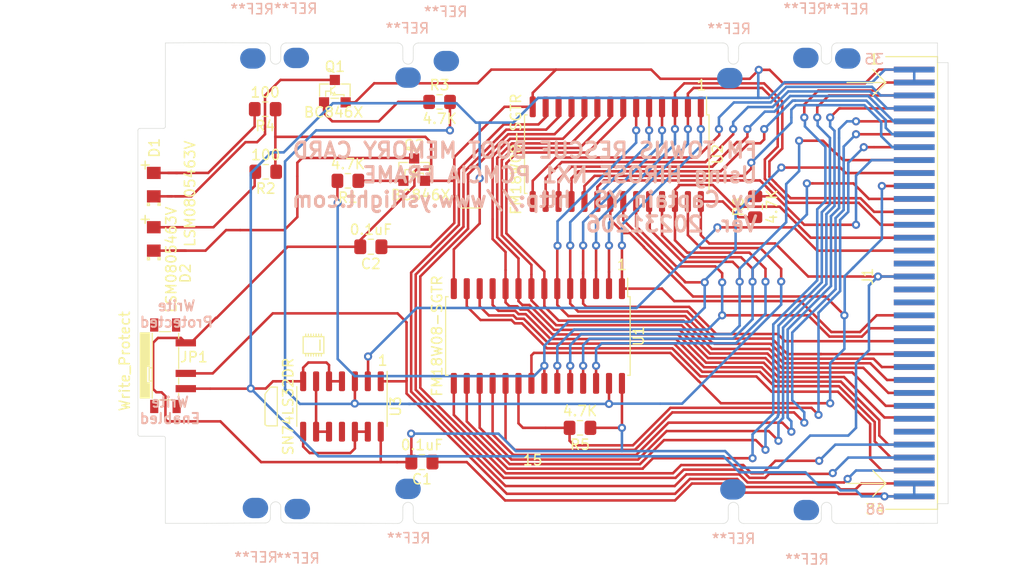
<source format=kicad_pcb>
(kicad_pcb (version 20221018) (generator pcbnew)
  (layers (0 "F.Cu" signal) (31 "B.Cu" signal) (34 "B.Paste" user) (35 "F.Paste" user) (36 "B.SilkS" user "B.Silkscreen") (37 "F.SilkS" user "F.Silkscreen") (38 "B.Mask" user) (39 "F.Mask" user) (44 "Edge.Cuts" user))
  (net 0 "")
  (net 1 "GND")
  (net 2 "Vcc")
  (net 3 "/D9")
  (net 4 "/D8")
  (net 5 "/~{BVD1}")
  (net 6 "/D10")
  (net 7 "/~{REG}")
  (net 8 "/~{WAIT}")
  (net 9 "/A21")
  (net 10 "/A25")
  (net 11 "/Vpp2")
  (net 12 "/A22")
  (net 13 "/A23")
  (net 14 "/RESET")
  (net 15 "/~{VS2}")
  (net 16 "/A24")
  (net 17 "/D11")
  (net 18 "/A18")
  (net 19 "/D14")
  (net 20 "/~{VS1}")
  (net 21 "/A19")
  (net 22 "/D15")
  (net 23 "/~{CE2}")
  (net 24 "/D12")
  (net 25 "/D13")
  (net 26 "/A17")
  (net 27 "/A20")
  (net 28 "/A2")
  (net 29 "/A0")
  (net 30 "/A1")
  (net 31 "/D2")
  (net 32 "/D0")
  (net 33 "/D1")
  (net 34 "/A9")
  (net 35 "/A11")
  (net 36 "/RDY")
  (net 37 "/A16")
  (net 38 "/A7")
  (net 39 "/A15")
  (net 40 "/Vpp1")
  (net 41 "/A6")
  (net 42 "/A5")
  (net 43 "/A3")
  (net 44 "/A4")
  (net 45 "/A12")
  (net 46 "/A10")
  (net 47 "/~{CE1}")
  (net 48 "/A13")
  (net 49 "/A14")
  (net 50 "/A8")
  (net 51 "/~{OE}")
  (net 52 "/D6")
  (net 53 "/D5")
  (net 54 "/D7")
  (net 55 "/D4")
  (net 56 "/D3")
  (net 57 "/~{BVD2}")
  (net 58 "Net-(D1-Pad2)")
  (net 59 "Net-(D2-Pad2)")
  (net 60 "Net-(J1-Pad44)")
  (net 61 "Net-(J1-Pad45)")
  (net 62 "Net-(J1-Pad60)")
  (net 63 "Net-(Q1-Pad1)")
  (net 64 "Net-(Q2-Pad1)")
  (net 65 "Net-(D1-Pad1)")
  (net 66 "Net-(D2-Pad1)")
  (net 67 "/~{WE}")
  (net 68 "/~{WE}orWP")
  (net 69 "/WP")
  (net 70 "Net-(U3-Pad12)")
  (net 71 "Net-(U3-Pad11)")
  (net 72 "Net-(U3-Pad10)")
  (footprint "PCMCIA:PCMCIA_2x34_FrontBack" (layer "F.Cu") (at 135.001 75.311 -90)
    (fp_text reference "J1")
    (fp_text value "PCMCIA_Connector")
  )
  (footprint "Capacitor_SMD:C_0805_2012Metric_Pad1.18x1.45mm_HandSolder" (layer "F.Cu") (at 90.72 93.5355 180)
    (fp_text reference "C1")
    (fp_text value "0.1uF")
  )
  (footprint "PCMCIA:BC846X_AU_Q_NPN_BCE" (layer "F.Cu") (at 89.96 64.813)
    (fp_text reference "Q2")
    (fp_text value "BC846X")
  )
  (footprint "PCMCIA:BC846X_AU_Q_NPN_BCE" (layer "F.Cu") (at 82.169 57.107)
    (fp_text reference "Q1")
    (fp_text value "BC846X")
  )
  (footprint "Capacitor_SMD:C_0805_2012Metric_Pad1.18x1.45mm_HandSolder" (layer "F.Cu") (at 85.7035 72.39 180)
    (fp_text reference "C2")
    (fp_text value "0.1uF")
  )
  (footprint "PCMCIA:LSM0805463V" (layer "F.Cu") (at 64.389 66.287 90)
    (fp_text reference "D1")
    (fp_text value "LSM0805463V")
  )
  (footprint "MountingHole:MountingHole_2.1mm" (layer "F.Cu") (at 68.453 92.5195)
    (fp_text reference "REF**")
    (fp_text value "MountingHole_1.5mm")
  )
  (footprint "Package_SO:SOIC-28W_7.5x17.9mm_P1.27mm" (layer "F.Cu") (at 109.855 63.295 -90)
    (fp_text reference "U2")
    (fp_text value "FM18W08-SGTR")
  )
  (footprint "Package_SO:SOIC-28W_7.5x17.9mm_P1.27mm" (layer "F.Cu") (at 102.108 81.153 -90)
    (fp_text reference "U1")
    (fp_text value "FM18W08-SGTR")
  )
  (footprint "MountingHole:MountingHole_2.1mm" (layer "F.Cu") (at 68.453 59.309)
    (fp_text reference "REF**")
    (fp_text value "MountingHole_1.5mm")
  )
  (footprint "Package_SO:SOIC-14_3.9x8.7mm_P1.27mm" (layer "F.Cu") (at 82.8675 88.0745 -90)
    (fp_text reference "U3")
    (fp_text value "SN74LS32DR")
  )
  (footprint "Resistor_SMD:R_0805_2012Metric_Pad1.15x1.40mm_HandSolder" (layer "F.Cu") (at 83.448 65.913 180)
    (fp_text reference "R1")
    (fp_text value "4.7K")
  )
  (footprint "Resistor_SMD:R_0805_2012Metric_Pad1.15x1.40mm_HandSolder" (layer "F.Cu") (at 75.3835 65.024 180)
    (fp_text reference "R2")
    (fp_text value "100")
  )
  (footprint "Resistor_SMD:R_0805_2012Metric_Pad1.15x1.40mm_HandSolder" (layer "F.Cu") (at 106.2445 90.17 180)
    (fp_text reference "R5")
    (fp_text value "4.7K")
  )
  (footprint "Resistor_SMD:R_0805_2012Metric_Pad1.15x1.40mm_HandSolder" (layer "F.Cu") (at 123.444 68.462 90)
    (fp_text reference "R6")
    (fp_text value "4.7K")
  )
  (footprint "Resistor_SMD:R_0805_2012Metric_Pad1.15x1.40mm_HandSolder" (layer "F.Cu") (at 92.456 58.166)
    (fp_text reference "R3")
    (fp_text value "4.7K")
  )
  (footprint "Resistor_SMD:R_0805_2012Metric_Pad1.15x1.40mm_HandSolder" (layer "F.Cu") (at 75.3274 58.8772 180)
    (fp_text reference "R4")
    (fp_text value "100")
  )
  (footprint "PCMCIA:LSM0805463V" (layer "F.Cu") (at 64.389 71.621 90)
    (fp_text reference "D2")
    (fp_text value "LSM0805463V")
  )
  (footprint "PCMCIA:MA_Memory_Card_Slide_Switch" (layer "F.Cu") (at 65.532 84.074)
    (fp_text reference "JP1")
    (fp_text value "Write_Protect")
  )
  (footprint "PCMCIA:2mmX3.5mmPadSMD" (layer "B.Cu") (at 89.3572 52.0784)
    (fp_text reference "REF**")
    (fp_text value "2mmX3.5mmPadSMD")
  )
  (footprint "PCMCIA:2mmX3.5mmPadSMD" (layer "B.Cu") (at 93.1164 50.4546)
    (fp_text reference "REF**")
    (fp_text value "2mmX3.5mmPadSMD")
  )
  (footprint "PCMCIA:2mmX3.5mmPadSMD" (layer "B.Cu") (at 89.3572 99.8644 180)
    (fp_text reference "REF**")
    (fp_text value "2mmX3.5mmPadSMD")
  )
  (footprint "PCMCIA:2mmX3.5mmPadSMD" (layer "B.Cu") (at 120.9548 52.1292)
    (fp_text reference "REF**")
    (fp_text value "2mmX3.5mmPadSMD")
  )
  (footprint "PCMCIA:2mmX3.5mmPadSMD" (layer "B.Cu") (at 78.3844 50.148)
    (fp_text reference "REF**")
    (fp_text value "2mmX3.5mmPadSMD")
  )
  (footprint "PCMCIA:2mmX3.5mmPadSMD" (layer "B.Cu") (at 128.4732 101.9472 180)
    (fp_text reference "REF**")
    (fp_text value "2mmX3.5mmPadSMD")
  )
  (footprint "PCMCIA:2mmX3.5mmPadSMD" (layer "B.Cu") (at 128.4224 50.148)
    (fp_text reference "REF**")
    (fp_text value "2mmX3.5mmPadSMD")
  )
  (footprint "PCMCIA:2mmX3.5mmPadSMD" (layer "B.Cu") (at 74.3712 101.744 180)
    (fp_text reference "REF**")
    (fp_text value "2mmX3.5mmPadSMD")
  )
  (footprint "PCMCIA:2mmX3.5mmPadSMD" (layer "B.Cu") (at 78.486 101.8456 180)
    (fp_text reference "REF**")
    (fp_text value "2mmX3.5mmPadSMD")
  )
  (footprint "PCMCIA:2mmX3.5mmPadSMD" (layer "B.Cu") (at 132.5372 50.1988)
    (fp_text reference "REF**")
    (fp_text value "2mmX3.5mmPadSMD")
  )
  (footprint "PCMCIA:2mmX3.5mmPadSMD" (layer "B.Cu") (at 74.1172 50.1988)
    (fp_text reference "REF**")
    (fp_text value "2mmX3.5mmPadSMD")
  )
  (footprint "PCMCIA:2mmX3.5mmPadSMD" (layer "B.Cu") (at 121.2596 99.9152 180)
    (fp_text reference "REF**")
    (fp_text value "2mmX3.5mmPadSMD")
  )
  (gr_poly (pts (xy 63.9905 80.8375) (xy 63.9905 84.1375) (xy 63.6905 84.1375) (xy 63.6905 85.7375) (xy 63.9905 85.7375) (xy 63.9905 87.2375) (xy 63.0555 87.249) (xy 63.0555 80.8355)) (stroke (width 0.1)) (fill solid) (layer "F.SilkS"))
  (gr_line (start 79.0575 82.8675) (end 79.0575 81.2165) (stroke (width 0.12)) (layer "F.SilkS"))
  (gr_line (start 80.8355 83.1215) (end 80.8355 82.8675) (stroke (width 0.12)) (layer "F.SilkS"))
  (gr_line (start 79.8195 83.1215) (end 79.8195 82.8675) (stroke (width 0.12)) (layer "F.SilkS"))
  (gr_line (start 80.5815 83.1215) (end 80.5815 82.8675) (stroke (width 0.12)) (layer "F.SilkS"))
  (gr_line (start 79.3115 83.1215) (end 79.3115 82.8675) (stroke (width 0.12)) (layer "F.SilkS"))
  (gr_line (start 79.5655 83.1215) (end 79.5655 82.8675) (stroke (width 0.12)) (layer "F.SilkS"))
  (gr_line (start 80.3275 83.1215) (end 80.3275 82.8675) (stroke (width 0.12)) (layer "F.SilkS"))
  (gr_line (start 80.0735 83.1215) (end 80.0735 82.8675) (stroke (width 0.12)) (layer "F.SilkS"))
  (gr_line (start 75.819 86.1695) (end 76.5175 86.1695) (stroke (width 0.12)) (layer "F.SilkS"))
  (gr_line (start 80.0735 81.2165) (end 80.0735 80.9625) (stroke (width 0.12)) (layer "F.SilkS"))
  (gr_line (start 76.5175 89.9795) (end 75.5015 89.9795) (stroke (width 0.12)) (layer "F.SilkS"))
  (gr_line (start 79.8195 81.2165) (end 79.8195 80.9625) (stroke (width 0.12)) (layer "F.SilkS"))
  (gr_line (start 75.311 86.868) (end 75.819 86.1695) (stroke (width 0.12)) (layer "F.SilkS"))
  (gr_line (start 79.5655 81.2165) (end 79.5655 80.9625) (stroke (width 0.12)) (layer "F.SilkS"))
  (gr_line (start 80.3275 81.153) (end 80.3275 80.9625) (stroke (width 0.12)) (layer "F.SilkS"))
  (gr_line (start 80.5815 81.2165) (end 80.5815 80.9625) (stroke (width 0.12)) (layer "F.SilkS"))
  (gr_line (start 81.0895 82.8675) (end 79.0575 82.8675) (stroke (width 0.12)) (layer "F.SilkS"))
  (gr_line (start 94.615 68.58) (end 96.52 68.58) (stroke (width 0.12)) (layer "F.SilkS"))
  (gr_line (start 75.311 89.8525) (end 75.311 86.868) (stroke (width 0.12)) (layer "F.SilkS"))
  (gr_line (start 79.3115 81.153) (end 79.3115 80.9625) (stroke (width 0.12)) (layer "F.SilkS"))
  (gr_line (start 76.5175 86.1695) (end 76.5175 89.9795) (stroke (width 0.12)) (layer "F.SilkS"))
  (gr_line (start 75.5015 89.9795) (end 75.311 89.8525) (stroke (width 0.12)) (layer "F.SilkS"))
  (gr_line (start 81.0895 81.2165) (end 81.0895 82.8675) (stroke (width 0.12)) (layer "F.SilkS"))
  (gr_line (start 80.8355 81.2165) (end 80.8355 80.9625) (stroke (width 0.12)) (layer "F.SilkS"))
  (gr_line (start 79.0575 81.2165) (end 81.0895 81.2165) (stroke (width 0.12)) (layer "F.SilkS"))
  (gr_line (start 75.33279 99.51359) (end 69.35 99.55) (stroke (width 0.05)) (layer "Edge.Cuts"))
  (gr_line (start 142.3924 54.3052) (end 142.3924 97.6196) (stroke (width 0.05)) (layer "Edge.Cuts"))
  (gr_line (start 75.33279 52.37841) (end 69.35 52.35) (stroke (width 0.05)) (layer "Edge.Cuts"))
  (gr_line (start 62.83 90.805) (end 62.83 60.96) (stroke (width 0.05)) (layer "Edge.Cuts"))
  (gr_line (start 65.532 52.3748) (end 65.53 60.585) (stroke (width 0.05)) (layer "Edge.Cuts"))
  (gr_line (start 65.53 99.55) (end 69.35 99.55) (stroke (width 0.05)) (layer "Edge.Cuts"))
  (gr_line (start 122.3264 52.3748) (end 129.43118 52.3748) (stroke (width 0.05)) (layer "Edge.Cuts"))
  (gr_line (start 120.28718 52.3748) (end 90.37681 52.37841) (stroke (width 0.05)) (layer "Edge.Cuts"))
  (gr_arc (start 121.8184 52.8828) (mid 121.96719 52.52359) (end 122.3264 52.3748) (stroke (width 0.05)) (layer "Edge.Cuts"))
  (gr_arc (start 120.79879 99.05639) (mid 120.65 99.4156) (end 120.29079 99.56439) (stroke (width 0.05)) (layer "Edge.Cuts"))
  (gr_line (start 89.86881 99.05639) (end 89.8652 97.9932) (stroke (width 0.05)) (layer "Edge.Cuts"))
  (gr_line (start 130.95879 53.94599) (end 130.9624 52.8828) (stroke (width 0.05)) (layer "Edge.Cuts"))
  (gr_line (start 121.82201 99.05639) (end 121.8184 97.9932) (stroke (width 0.05)) (layer "Edge.Cuts"))
  (gr_arc (start 90.37681 99.56439) (mid 90.0176 99.4156) (end 89.86881 99.05639) (stroke (width 0.05)) (layer "Edge.Cuts"))
  (gr_arc (start 76.8604 53.9496) (mid 76.3524 54.4576) (end 75.8444 53.9496) (stroke (width 0.05)) (layer "Edge.Cuts"))
  (gr_arc (start 89.8652 53.9496) (mid 89.3572 54.4576) (end 88.8492 53.9496) (stroke (width 0.05)) (layer "Edge.Cuts"))
  (gr_arc (start 131.47401 99.56439) (mid 131.1148 99.4156) (end 130.96601 99.05639) (stroke (width 0.05)) (layer "Edge.Cuts"))
  (gr_arc (start 120.8024 97.9932) (mid 121.3104 97.4852) (end 121.8184 97.9932) (stroke (width 0.05)) (layer "Edge.Cuts"))
  (gr_line (start 75.84079 52.88641) (end 75.8444 53.9496) (stroke (width 0.05)) (layer "Edge.Cuts"))
  (gr_arc (start 88.8492 97.9932) (mid 89.3572 97.4852) (end 89.8652 97.9932) (stroke (width 0.05)) (layer "Edge.Cuts"))
  (gr_line (start 131.4704 52.3748) (end 141.35 52.3748) (stroke (width 0.05)) (layer "Edge.Cuts"))
  (gr_line (start 130.96601 99.05639) (end 130.9624 97.9932) (stroke (width 0.05)) (layer "Edge.Cuts"))
  (gr_line (start 120.8024 97.9932) (end 120.79879 99.05639) (stroke (width 0.05)) (layer "Edge.Cuts"))
  (gr_arc (start 130.95879 53.94599) (mid 130.45079 54.45399) (end 129.94279 53.94599) (stroke (width 0.05)) (layer "Edge.Cuts"))
  (gr_arc (start 77.37201 99.51359) (mid 77.0128 99.3648) (end 76.86401 99.00559) (stroke (width 0.05)) (layer "Edge.Cuts"))
  (gr_arc (start 88.84559 99.05639) (mid 88.6968 99.4156) (end 88.33759 99.56439) (stroke (width 0.05)) (layer "Edge.Cuts"))
  (gr_line (start 89.8652 53.9496) (end 89.86881 52.88641) (stroke (width 0.05)) (layer "Edge.Cuts"))
  (gr_line (start 65.53 91.185) (end 65.53 99.55) (stroke (width 0.05)) (layer "Edge.Cuts"))
  (gr_line (start 63.0205 60.7695) (end 65.339596 60.769439) (stroke (width 0.05)) (layer "Edge.Cuts"))
  (gr_arc (start 63.0205 90.9955) (mid 62.885796 90.939704) (end 62.83 90.805) (stroke (width 0.05)) (layer "Edge.Cuts"))
  (gr_line (start 88.33759 99.56439) (end 77.37201 99.51359) (stroke (width 0.05)) (layer "Edge.Cuts"))
  (gr_line (start 141.35 99.55) (end 131.47401 99.56439) (stroke (width 0.05)) (layer "Edge.Cuts"))
  (gr_line (start 141.35 52.3748) (end 141.35 54.3052) (stroke (width 0.05)) (layer "Edge.Cuts"))
  (gr_arc (start 120.28718 52.3748) (mid 120.64639 52.52359) (end 120.79518 52.8828) (stroke (width 0.05)) (layer "Edge.Cuts"))
  (gr_line (start 129.9464 97.9932) (end 129.94279 99.05639) (stroke (width 0.05)) (layer "Edge.Cuts"))
  (gr_line (start 63.0205 90.9955) (end 65.341501 90.997498) (stroke (width 0.05)) (layer "Edge.Cuts"))
  (gr_arc (start 75.8444 97.9424) (mid 76.3524 97.4344) (end 76.8604 97.9424) (stroke (width 0.05)) (layer "Edge.Cuts"))
  (gr_arc (start 75.33279 52.37841) (mid 75.692 52.5272) (end 75.84079 52.88641) (stroke (width 0.05)) (layer "Edge.Cuts"))
  (gr_arc (start 122.33001 99.56439) (mid 121.9708 99.4156) (end 121.82201 99.05639) (stroke (width 0.05)) (layer "Edge.Cuts"))
  (gr_arc (start 65.341501 90.997498) (mid 65.474438 91.052357) (end 65.529999 91.185001) (stroke (width 0.05)) (layer "Edge.Cuts"))
  (gr_line (start 76.86401 99.00559) (end 76.8604 97.9424) (stroke (width 0.05)) (layer "Edge.Cuts"))
  (gr_arc (start 65.53 60.585) (mid 65.47214 60.715769) (end 65.339596 60.769439) (stroke (width 0.05)) (layer "Edge.Cuts"))
  (gr_line (start 75.8444 97.9424) (end 75.84079 99.00559) (stroke (width 0.05)) (layer "Edge.Cuts"))
  (gr_line (start 141.35 54.3052) (end 142.3924 54.3052) (stroke (width 0.05)) (layer "Edge.Cuts"))
  (gr_arc (start 75.84079 99.00559) (mid 75.692 99.3648) (end 75.33279 99.51359) (stroke (width 0.05)) (layer "Edge.Cuts"))
  (gr_line (start 129.43479 99.56439) (end 122.33001 99.56439) (stroke (width 0.05)) (layer "Edge.Cuts"))
  (gr_line (start 69.35 52.35) (end 65.532 52.3748) (stroke (width 0.05)) (layer "Edge.Cuts"))
  (gr_arc (start 62.83 60.96) (mid 62.885796 60.825296) (end 63.0205 60.7695) (stroke (width 0.05)) (layer "Edge.Cuts"))
  (gr_arc (start 121.81479 53.94599) (mid 121.30679 54.45399) (end 120.79879 53.94599) (stroke (width 0.05)) (layer "Edge.Cuts"))
  (gr_line (start 121.81479 53.94599) (end 121.8184 52.8828) (stroke (width 0.05)) (layer "Edge.Cuts"))
  (gr_line (start 88.8492 97.9932) (end 88.84559 99.05639) (stroke (width 0.05)) (layer "Edge.Cuts"))
  (gr_arc (start 129.9464 97.9932) (mid 130.4544 97.4852) (end 130.9624 97.9932) (stroke (width 0.05)) (layer "Edge.Cuts"))
  (gr_arc (start 129.43118 52.3748) (mid 129.79039 52.52359) (end 129.93918 52.8828) (stroke (width 0.05)) (layer "Edge.Cuts"))
  (gr_arc (start 130.9624 52.8828) (mid 131.11119 52.52359) (end 131.4704 52.3748) (stroke (width 0.05)) (layer "Edge.Cuts"))
  (gr_line (start 141.35 97.6196) (end 142.3924 97.6196) (stroke (width 0.05)) (layer "Edge.Cuts"))
  (gr_arc (start 89.86881 52.88641) (mid 90.0176 52.5272) (end 90.37681 52.37841) (stroke (width 0.05)) (layer "Edge.Cuts"))
  (gr_line (start 129.93918 52.8828) (end 129.94279 53.94599) (stroke (width 0.05)) (layer "Edge.Cuts"))
  (gr_line (start 141.35 97.6196) (end 141.35 99.55) (stroke (width 0.05)) (layer "Edge.Cuts"))
  (gr_arc (start 88.33759 52.37841) (mid 88.6968 52.5272) (end 88.84559 52.88641) (stroke (width 0.05)) (layer "Edge.Cuts"))
  (gr_line (start 88.84559 52.88641) (end 88.8492 53.9496) (stroke (width 0.05)) (layer "Edge.Cuts"))
  (gr_line (start 77.37201 52.37841) (end 88.33759 52.37841) (stroke (width 0.05)) (layer "Edge.Cuts"))
  (gr_line (start 90.37681 99.56439) (end 120.29079 99.56439) (stroke (width 0.05)) (layer "Edge.Cuts"))
  (gr_arc (start 76.86401 52.88641) (mid 77.0128 52.5272) (end 77.37201 52.37841) (stroke (width 0.05)) (layer "Edge.Cuts"))
  (gr_line (start 76.8604 53.9496) (end 76.86401 52.88641) (stroke (width 0.05)) (layer "Edge.Cuts"))
  (gr_arc (start 129.94279 99.05639) (mid 129.794 99.4156) (end 129.43479 99.56439) (stroke (width 0.05)) (layer "Edge.Cuts"))
  (gr_line (start 120.79518 52.8828) (end 120.79879 53.94599) (stroke (width 0.05)) (layer "Edge.Cuts"))
  (gr_text "FM TOWNS RESCUE BOOT MEMORY CARD\nUsing HIROSE NX1 PCMCIA FRAME\nby Captain YS  http://www.ysflight.com\nVer. 20231206" (at 123.825 66.548) (layer "B.SilkS") (effects (font (size 1.5 1.5) (thickness 0.3)) (justify left mirror)))
  (gr_text "Write\nEnabled" (at 65.9765 88.4555) (layer "B.SilkS") (effects (font (size 1 1) (thickness 0.2)) (justify mirror)))
  (gr_text "Write\nProtected" (at 66.6115 78.994) (layer "B.SilkS") (effects (font (size 1 1) (thickness 0.2)) (justify mirror)))
  (gr_text "35" (at 135.128 53.975) (layer "B.SilkS") (effects (font (size 1 1)) (justify mirror)))
  (gr_text "68" (at 135.255 98.171) (layer "B.SilkS") (effects (font (size 1 1)) (justify mirror)))
  (gr_text "1" (at 118.1735 56.515) (layer "F.SilkS") (effects (font (size 1 1))))
  (gr_text "1" (at 135.128 53.975) (layer "F.SilkS") (effects (font (size 1 1))))
  (gr_text "15" (at 101.6 93.345) (layer "F.SilkS") (effects (font (size 1 1))))
  (gr_text "34" (at 135.255 98.171) (layer "F.SilkS") (effects (font (size 1 1))))
  (gr_text "1" (at 110.363 74.168) (layer "F.SilkS") (effects (font (size 1 1))))
  (gr_text "I" (at 80.7085 82.1055) (layer "F.SilkS") (effects (font (size 1 1))))
  (gr_text "1" (at 86.868 83.566) (layer "F.SilkS") (effects (font (size 1 1))))
  (segment (start 96.393 65.659) (end 96.393 65.659) (width 0.25) (layer "F.Cu") (net 1))
  (segment (start 126.1872 56.3372) (end 134.239 56.3372) (width 0.25) (layer "F.Cu") (net 1))
  (segment (start 91.56418 72.39) (end 93.899972 70.054208) (width 0.25) (layer "F.Cu") (net 1))
  (segment (start 122.387086 96.533398) (end 131.507802 96.533398) (width 0.25) (layer "F.Cu") (net 1))
  (segment (start 135.5852 54.991) (end 139.065 54.991) (width 0.25) (layer "F.Cu") (net 1))
  (segment (start 81.3435 83.7565) (end 79.5655 83.7565) (width 0.25) (layer "F.Cu") (net 1))
  (segment (start 96.393 70.104) (end 96.393 65.659) (width 0.25) (layer "F.Cu") (net 1))
  (segment (start 117.228999 95.642) (end 121.495689 95.642) (width 0.25) (layer "F.Cu") (net 1))
  (segment (start 86.741 72.39) (end 91.56418 72.39) (width 0.25) (layer "F.Cu") (net 1))
  (segment (start 114.1366 55.8944) (end 113.2332 54.991) (width 0.25) (layer "F.Cu") (net 1))
  (segment (start 82.8675 85.5995) (end 81.5975 85.5995) (width 0.25) (layer "F.Cu") (net 1))
  (segment (start 76.2493 85.5995) (end 76.4525 85.5995) (width 0.25) (layer "F.Cu") (net 1))
  (segment (start 135.9082 96.6652) (end 136.144 96.901) (width 0.25) (layer "F.Cu") (net 1))
  (segment (start 124.8664 55.0164) (end 126.1872 56.3372) (width 0.25) (layer "F.Cu") (net 1))
  (segment (start 123.7996 55.0164) (end 122.9216 55.8944) (width 0.25) (layer "F.Cu") (net 1))
  (segment (start 134.239 56.3372) (end 135.5852 54.991) (width 0.25) (layer "F.Cu") (net 1))
  (segment (start 79.0575 84.2645) (end 79.0575 85.5995) (width 0.25) (layer "F.Cu") (net 1))
  (segment (start 95.123 93.5355) (end 98.888499 97.300999) (width 0.25) (layer "F.Cu") (net 1))
  (segment (start 115.57 97.300999) (end 117.228999 95.642) (width 0.25) (layer "F.Cu") (net 1))
  (segment (start 91.02 65.913) (end 93.853 65.913) (width 0.25) (layer "F.Cu") (net 1))
  (segment (start 131.639604 96.6652) (end 135.9082 96.6652) (width 0.25) (layer "F.Cu") (net 1))
  (segment (start 75.3872 86.3092) (end 73.914 86.3092) (width 0.25) (layer "F.Cu") (net 1))
  (segment (start 93.899972 70.054208) (end 93.899972 67.737972) (width 0.25) (layer "F.Cu") (net 1))
  (segment (start 86.0425 56.3245) (end 86.0552 56.3372) (width 0.25) (layer "F.Cu") (net 1))
  (segment (start 123.7996 55.0164) (end 124.8664 55.0164) (width 0.25) (layer "F.Cu") (net 1))
  (segment (start 79.5655 83.7565) (end 79.0575 84.2645) (width 0.25) (layer "F.Cu") (net 1))
  (segment (start 67.532 86.324) (end 69.941 86.324) (width 0.25) (layer "F.Cu") (net 1))
  (segment (start 76.0969 85.5995) (end 75.3872 86.3092) (width 0.25) (layer "F.Cu") (net 1))
  (segment (start 86.0552 56.3372) (end 96.1898 56.3372) (width 0.25) (layer "F.Cu") (net 1))
  (segment (start 83.229 58.207) (end 84.16 58.207) (width 0.25) (layer "F.Cu") (net 1))
  (segment (start 93.899972 67.737972) (end 93.899972 65.866028) (width 0.25) (layer "F.Cu") (net 1))
  (segment (start 101.6 57.277) (end 103.886 54.991) (width 0.25) (layer "F.Cu") (net 1))
  (segment (start 91.7575 93.5355) (end 95.123 93.5355) (width 0.25) (layer "F.Cu") (net 1))
  (segment (start 139.065 96.901) (end 136.144 96.901) (width 0.25) (layer "F.Cu") (net 1))
  (segment (start 93.853 76.503) (end 93.853 72.64682) (width 0.25) (layer "F.Cu") (net 1))
  (segment (start 122.8344 55.8944) (end 114.1366 55.8944) (width 0.25) (layer "F.Cu") (net 1))
  (segment (start 131.507802 96.533398) (end 131.639604 96.6652) (width 0.25) (layer "F.Cu") (net 1))
  (segment (start 76.4525 85.5995) (end 79.0575 85.5995) (width 0.25) (layer "F.Cu") (net 1))
  (segment (start 93.853 72.64682) (end 96.393 70.10682) (width 0.25) (layer "F.Cu") (net 1))
  (segment (start 69.941 86.324) (end 74.2548 86.324) (width 0.25) (layer "F.Cu") (net 1))
  (segment (start 93.899972 65.866028) (end 93.899972 63.580028) (width 0.25) (layer "F.Cu") (net 1))
  (segment (start 122.9216 55.8944) (end 122.8344 55.8944) (width 0.25) (layer "F.Cu") (net 1))
  (segment (start 81.5975 84.0105) (end 81.3435 83.7565) (width 0.25) (layer "F.Cu") (net 1))
  (segment (start 93.853 65.913) (end 93.899972 65.866028) (width 0.25) (layer "F.Cu") (net 1))
  (segment (start 96.1898 56.3372) (end 97.536 54.991) (width 0.25) (layer "F.Cu") (net 1))
  (segment (start 121.495689 95.642) (end 122.387086 96.533398) (width 0.25) (layer "F.Cu") (net 1))
  (segment (start 98.835 58.645) (end 101.6 58.645) (width 0.25) (layer "F.Cu") (net 1))
  (segment (start 97.536 54.991) (end 103.886 54.991) (width 0.25) (layer "F.Cu") (net 1))
  (segment (start 81.5975 85.5995) (end 81.5975 84.0105) (width 0.25) (layer "F.Cu") (net 1))
  (segment (start 84.16 58.207) (end 86.0425 56.3245) (width 0.25) (layer "F.Cu") (net 1))
  (segment (start 113.2332 54.991) (end 103.886 54.991) (width 0.25) (layer "F.Cu") (net 1))
  (segment (start 76.4525 85.5995) (end 76.0969 85.5995) (width 0.25) (layer "F.Cu") (net 1))
  (segment (start 93.899972 63.580028) (end 98.835 58.645) (width 0.25) (layer "F.Cu") (net 1))
  (segment (start 96.393 70.10682) (end 96.393 70.104) (width 0.25) (layer "F.Cu") (net 1))
  (segment (start 101.6 58.645) (end 101.6 57.277) (width 0.25) (layer "F.Cu") (net 1))
  (segment (start 98.888499 97.300999) (end 115.57 97.300999) (width 0.25) (layer "F.Cu") (net 1))
  (via (at 96.393 65.659) (size 0.8) (drill 0.4) (layers "F.Cu" "B.Cu") (net 1))
  (via (at 73.914 86.3092) (size 0.8) (drill 0.4) (layers "F.Cu" "B.Cu") (net 1))
  (via (at 136.144 96.901) (size 0.8) (drill 0.4) (layers "F.Cu" "B.Cu") (net 1))
  (via (at 123.7996 55.0164) (size 0.8) (drill 0.4) (layers "F.Cu" "B.Cu") (net 1))
  (segment (start 133.9088 96.901) (end 133.9088 96.8756) (width 0.25) (layer "B.Cu") (net 1))
  (segment (start 136.144 96.901) (end 133.9088 96.901) (width 0.25) (layer "B.Cu") (net 1))
  (segment (start 139.065 54.991) (end 139.065 56.261) (width 0.25) (layer "B.Cu") (net 1))
  (segment (start 131.826 96.3168) (end 131.2672 95.758) (width 0.25) (layer "B.Cu") (net 1))
  (segment (start 124.0028 57.76847) (end 124.7898 57.76847) (width 0.25) (layer "B.Cu") (net 1))
  (segment (start 80.5688 92.964) (end 73.914 86.3092) (width 0.25) (layer "B.Cu") (net 1))
  (segment (start 139.065 95.631) (end 139.065 96.901) (width 0.25) (layer "B.Cu") (net 1))
  (segment (start 128.38345 94.53795) (end 121.90645 94.53795) (width 0.25) (layer "B.Cu") (net 1))
  (segment (start 121.90645 94.53795) (end 120.3325 92.964) (width 0.25) (layer "B.Cu") (net 1))
  (segment (start 126.331135 56.227135) (end 126.33958 56.23558) (width 0.25) (layer "B.Cu") (net 1))
  (segment (start 133.35 96.3168) (end 131.826 96.3168) (width 0.25) (layer "B.Cu") (net 1))
  (segment (start 96.012 60.198) (end 96.393 60.198) (width 0.25) (layer "B.Cu") (net 1))
  (segment (start 133.9088 96.8756) (end 133.35 96.3168) (width 0.25) (layer "B.Cu") (net 1))
  (segment (start 126.33958 56.23558) (end 134.950221 56.235579) (width 0.25) (layer "B.Cu") (net 1))
  (segment (start 75.8825 63.1825) (end 75.8825 63.119) (width 0.25) (layer "B.Cu") (net 1))
  (segment (start 131.2672 95.758) (end 129.6035 95.758) (width 0.25) (layer "B.Cu") (net 1))
  (segment (start 129.6035 95.758) (end 128.38345 94.53795) (width 0.25) (layer "B.Cu") (net 1))
  (segment (start 81.9785 58.293) (end 94.107 58.293) (width 0.25) (layer "B.Cu") (net 1))
  (segment (start 96.393 65.659) (end 96.393 60.198) (width 0.25) (layer "B.Cu") (net 1))
  (segment (start 102.12453 57.76847) (end 99.695 60.198) (width 0.25) (layer "B.Cu") (net 1))
  (segment (start 120.3325 92.964) (end 80.5688 92.964) (width 0.25) (layer "B.Cu") (net 1))
  (segment (start 139.065 96.901) (end 136.144 96.901) (width 0.25) (layer "B.Cu") (net 1))
  (segment (start 136.1948 54.991) (end 139.065 54.991) (width 0.25) (layer "B.Cu") (net 1))
  (segment (start 99.695 60.198) (end 96.393 60.198) (width 0.25) (layer "B.Cu") (net 1))
  (segment (start 73.914 65.151) (end 75.8825 63.1825) (width 0.25) (layer "B.Cu") (net 1))
  (segment (start 73.914 86.3092) (end 73.914 65.151) (width 0.25) (layer "B.Cu") (net 1))
  (segment (start 124.7898 57.76847) (end 126.331135 56.227135) (width 0.25) (layer "B.Cu") (net 1))
  (segment (start 75.8825 63.119) (end 77.1525 63.119) (width 0.25) (layer "B.Cu") (net 1))
  (segment (start 123.7488 55.0672) (end 123.7996 55.0164) (width 0.25) (layer "B.Cu") (net 1))
  (segment (start 77.1525 63.119) (end 81.9785 58.293) (width 0.25) (layer "B.Cu") (net 1))
  (segment (start 124.0028 57.76847) (end 123.7488 57.76847) (width 0.25) (layer "B.Cu") (net 1))
  (segment (start 134.950221 56.235579) (end 136.1948 54.991) (width 0.25) (layer "B.Cu") (net 1))
  (segment (start 123.7488 57.76847) (end 123.7488 55.0672) (width 0.25) (layer "B.Cu") (net 1))
  (segment (start 123.7488 57.76847) (end 102.12453 57.76847) (width 0.25) (layer "B.Cu") (net 1))
  (segment (start 94.107 58.293) (end 96.012 60.198) (width 0.25) (layer "B.Cu") (net 1))
  (segment (start 135.509 75.311) (end 139.065 75.311) (width 0.25) (layer "F.Cu") (net 2))
  (segment (start 86.6775 90.5495) (end 86.6775 93.5355) (width 0.25) (layer "F.Cu") (net 2))
  (segment (start 89.6825 90.762) (end 89.662 90.7415) (width 0.25) (layer "F.Cu") (net 2))
  (segment (start 135.509 75.311) (end 135.509 75.311) (width 0.25) (layer "F.Cu") (net 2))
  (segment (start 91.6305 62.1665) (end 91.6305 64.516) (width 0.25) (layer "F.Cu") (net 2))
  (segment (start 76.327 58.9026) (end 76.3524 58.8772) (width 0.25) (layer "F.Cu") (net 2))
  (segment (start 125.41801 72.06699) (end 125.41801 72.0766) (width 0.25) (layer "F.Cu") (net 2))
  (segment (start 120.26759 67.945) (end 118.11 67.945) (width 0.25) (layer "F.Cu") (net 2))
  (segment (start 65.913 89.535) (end 66.1035 89.535) (width 0.25) (layer "F.Cu") (net 2))
  (segment (start 67.0515 81.3435) (end 64.797502 81.3435) (width 0.25) (layer "F.Cu") (net 2))
  (segment (start 128.651 75.311) (end 135.509 75.311) (width 0.25) (layer "F.Cu") (net 2))
  (segment (start 76.327 61.595) (end 76.327 65.024) (width 0.25) (layer "F.Cu") (net 2))
  (segment (start 64.797502 81.3435) (end 64.3255 81.815502) (width 0.25) (layer "F.Cu") (net 2))
  (segment (start 91.34475 64.80175) (end 91.6305 64.516) (width 0.25) (layer "F.Cu") (net 2))
  (segment (start 86.6775 93.5355) (end 88.2855 93.5355) (width 0.25) (layer "F.Cu") (net 2))
  (segment (start 77.5335 72.39) (end 83.185 72.39) (width 0.25) (layer "F.Cu") (net 2))
  (segment (start 90.20175 64.80175) (end 91.34475 64.80175) (width 0.25) (layer "F.Cu") (net 2))
  (segment (start 66.1035 89.535) (end 70.9295 89.535) (width 0.25) (layer "F.Cu") (net 2))
  (segment (start 118.92999 72.06699) (end 125.41801 72.06699) (width 0.25) (layer "F.Cu") (net 2))
  (segment (start 89.6825 93.5355) (end 89.6825 90.762) (width 0.25) (layer "F.Cu") (net 2))
  (segment (start 121.80959 69.487) (end 120.26759 67.945) (width 0.25) (layer "F.Cu") (net 2))
  (segment (start 65.532 89.3445) (end 65.7225 89.535) (width 0.25) (layer "F.Cu") (net 2))
  (segment (start 83.185 72.39) (end 84.666 72.39) (width 0.25) (layer "F.Cu") (net 2))
  (segment (start 68.036 81.824) (end 70.485 79.375) (width 0.25) (layer "F.Cu") (net 2))
  (segment (start 67.532 81.824) (end 67.0515 81.3435) (width 0.25) (layer "F.Cu") (net 2))
  (segment (start 65.151 86.6775) (end 65.532 87.0585) (width 0.25) (layer "F.Cu") (net 2))
  (segment (start 89.9795 65.024) (end 90.20175 64.80175) (width 0.25) (layer "F.Cu") (net 2))
  (segment (start 74.93 93.5355) (end 86.6775 93.5355) (width 0.25) (layer "F.Cu") (net 2))
  (segment (start 76.327 61.595) (end 91.059 61.595) (width 0.25) (layer "F.Cu") (net 2))
  (segment (start 88.2855 93.5355) (end 89.6825 93.5355) (width 0.25) (layer "F.Cu") (net 2))
  (segment (start 70.5485 79.375) (end 76.8985 73.025) (width 0.25) (layer "F.Cu") (net 2))
  (segment (start 64.3255 81.815502) (end 64.3255 86.36) (width 0.25) (layer "F.Cu") (net 2))
  (segment (start 107.2515 90.17) (end 110.363 90.17) (width 0.25) (layer "F.Cu") (net 2))
  (segment (start 89.9795 66.421) (end 84.666 71.7345) (width 0.25) (layer "F.Cu") (net 2))
  (segment (start 118.11 71.247) (end 118.92999 72.06699) (width 0.25) (layer "F.Cu") (net 2))
  (segment (start 64.643 86.6775) (end 65.151 86.6775) (width 0.25) (layer "F.Cu") (net 2))
  (segment (start 89.9795 65.024) (end 89.9795 66.421) (width 0.25) (layer "F.Cu") (net 2))
  (segment (start 118.11 67.945) (end 118.11 71.247) (width 0.25) (layer "F.Cu") (net 2))
  (segment (start 65.7225 89.535) (end 66.1035 89.535) (width 0.25) (layer "F.Cu") (net 2))
  (segment (start 127.127 73.78559) (end 127.127 73.787) (width 0.25) (layer "F.Cu") (net 2))
  (segment (start 84.666 71.7345) (end 84.666 72.39) (width 0.25) (layer "F.Cu") (net 2))
  (segment (start 123.444 69.487) (end 121.80959 69.487) (width 0.25) (layer "F.Cu") (net 2))
  (segment (start 91.059 61.595) (end 91.6305 62.1665) (width 0.25) (layer "F.Cu") (net 2))
  (segment (start 127.127 73.787) (end 128.651 75.311) (width 0.25) (layer "F.Cu") (net 2))
  (segment (start 67.532 81.824) (end 68.036 81.824) (width 0.25) (layer "F.Cu") (net 2))
  (segment (start 76.327 61.595) (end 76.327 58.9026) (width 0.25) (layer "F.Cu") (net 2))
  (segment (start 70.9295 89.535) (end 74.93 93.5355) (width 0.25) (layer "F.Cu") (net 2))
  (segment (start 65.532 87.0585) (end 65.532 89.3445) (width 0.25) (layer "F.Cu") (net 2))
  (segment (start 110.363 85.803) (end 110.363 90.17) (width 0.25) (layer "F.Cu") (net 2))
  (segment (start 64.3255 86.36) (end 64.643 86.6775) (width 0.25) (layer "F.Cu") (net 2))
  (segment (start 76.8985 73.025) (end 77.5335 72.39) (width 0.25) (layer "F.Cu") (net 2))
  (segment (start 70.485 79.375) (end 70.5485 79.375) (width 0.25) (layer "F.Cu") (net 2))
  (segment (start 125.41801 72.0766) (end 127.127 73.78559) (width 0.25) (layer "F.Cu") (net 2))
  (via (at 110.363 90.17) (size 0.8) (drill 0.4) (layers "F.Cu" "B.Cu") (net 2))
  (via (at 135.509 75.311) (size 0.8) (drill 0.4) (layers "F.Cu" "B.Cu") (net 2))
  (via (at 89.662 90.7415) (size 0.8) (drill 0.4) (layers "F.Cu" "B.Cu") (net 2))
  (segment (start 110.363 90.17) (end 110.363 90.17) (width 0.25) (layer "B.Cu") (net 2))
  (segment (start 139.065 75.311) (end 135.509 75.311) (width 0.25) (layer "B.Cu") (net 2))
  (segment (start 120.4976 92.456) (end 110.363 92.456) (width 0.25) (layer "B.Cu") (net 2))
  (segment (start 98.2345 90.7415) (end 89.662 90.7415) (width 0.25) (layer "B.Cu") (net 2))
  (segment (start 135.509 75.311) (end 134.62 76.2) (width 0.25) (layer "B.Cu") (net 2))
  (segment (start 133.35 90.17) (end 132.588 90.932) (width 0.25) (layer "B.Cu") (net 2))
  (segment (start 128.8415 90.932) (end 125.68555 94.08795) (width 0.25) (layer "B.Cu") (net 2))
  (segment (start 110.363 90.17) (end 110.363 92.456) (width 0.25) (layer "B.Cu") (net 2))
  (segment (start 134.62 76.2) (end 134.62 82.55) (width 0.25) (layer "B.Cu") (net 2))
  (segment (start 122.12955 94.08795) (end 120.4976 92.456) (width 0.25) (layer "B.Cu") (net 2))
  (segment (start 133.35 83.82) (end 133.35 90.17) (width 0.25) (layer "B.Cu") (net 2))
  (segment (start 134.62 82.55) (end 133.35 83.82) (width 0.25) (layer "B.Cu") (net 2))
  (segment (start 125.68555 94.08795) (end 122.12955 94.08795) (width 0.25) (layer "B.Cu") (net 2))
  (segment (start 132.588 90.932) (end 128.8415 90.932) (width 0.25) (layer "B.Cu") (net 2))
  (segment (start 99.949 92.456) (end 98.2345 90.7415) (width 0.25) (layer "B.Cu") (net 2))
  (segment (start 110.363 92.456) (end 99.949 92.456) (width 0.25) (layer "B.Cu") (net 2))
  (segment (start 94.799992 91.115582) (end 94.799992 91.118402) (width 0.25) (layer "F.Cu") (net 3))
  (segment (start 95.885 64.008) (end 95.88359 64.008) (width 0.25) (layer "F.Cu") (net 3))
  (segment (start 122.07857 94.2776) (end 122.8852 95.08423) (width 0.25) (layer "F.Cu") (net 3))
  (segment (start 90.11201 75.11499) (end 90.11201 86.4276) (width 0.25) (layer "F.Cu") (net 3))
  (segment (start 124.8156 94.6912) (end 130.9878 94.6912) (width 0.25) (layer "F.Cu") (net 3))
  (segment (start 115.62697 95.08423) (end 116.4336 94.2776) (width 0.25) (layer "F.Cu") (net 3))
  (segment (start 98.10199 61.7896) (end 98.101989 61.791011) (width 0.25) (layer "F.Cu") (net 3))
  (segment (start 94.799992 91.118402) (end 98.76582 95.08423) (width 0.25) (layer "F.Cu") (net 3))
  (segment (start 95.88359 64.008) (end 94.79999 65.0916) (width 0.25) (layer "F.Cu") (net 3))
  (segment (start 94.79999 70.42701) (end 90.11201 75.11499) (width 0.25) (layer "F.Cu") (net 3))
  (segment (start 104.14 58.645) (end 104.14 59.67) (width 0.25) (layer "F.Cu") (net 3))
  (segment (start 104.14 59.67) (end 102.9235 60.8865) (width 0.25) (layer "F.Cu") (net 3))
  (segment (start 94.79999 65.0916) (end 94.79999 70.42701) (width 0.25) (layer "F.Cu") (net 3))
  (segment (start 116.4336 94.2776) (end 122.07857 94.2776) (width 0.25) (layer "F.Cu") (net 3))
  (segment (start 98.76582 95.08423) (end 115.62697 95.08423) (width 0.25) (layer "F.Cu") (net 3))
  (segment (start 102.9235 60.8865) (end 99.00509 60.8865) (width 0.25) (layer "F.Cu") (net 3))
  (segment (start 90.11201 86.4276) (end 94.799992 91.115582) (width 0.25) (layer "F.Cu") (net 3))
  (segment (start 98.101989 61.791011) (end 95.885 64.008) (width 0.25) (layer "F.Cu") (net 3))
  (segment (start 99.00509 60.8865) (end 98.10199 61.7896) (width 0.25) (layer "F.Cu") (net 3))
  (segment (start 130.9878 94.6912) (end 131.064 94.615) (width 0.25) (layer "F.Cu") (net 3))
  (segment (start 124.42257 95.08423) (end 124.8156 94.6912) (width 0.25) (layer "F.Cu") (net 3))
  (segment (start 122.8852 95.08423) (end 124.42257 95.08423) (width 0.25) (layer "F.Cu") (net 3))
  (via (at 131.064 94.615) (size 0.8) (drill 0.4) (layers "F.Cu" "B.Cu") (net 3))
  (segment (start 132.588 93.091) (end 132.08 93.599) (width 0.25) (layer "B.Cu") (net 3))
  (segment (start 132.08 93.599) (end 131.064 94.615) (width 0.25) (layer "B.Cu") (net 3))
  (segment (start 139.065 93.091) (end 132.588 93.091) (width 0.25) (layer "B.Cu") (net 3))
  (segment (start 99.19149 61.33651) (end 103.74349 61.33651) (width 0.25) (layer "F.Cu") (net 4))
  (segment (start 98.95222 94.63422) (end 115.3668 94.63422) (width 0.25) (layer "F.Cu") (net 4))
  (segment (start 95.25 90.932) (end 98.95222 94.63422) (width 0.25) (layer "F.Cu") (net 4))
  (segment (start 95.25 65.659) (end 95.25 65.278) (width 0.25) (layer "F.Cu") (net 4))
  (segment (start 125.4379 93.4085) (end 129.7305 93.4085) (width 0.25) (layer "F.Cu") (net 4))
  (segment (start 115.3668 94.63422) (end 116.17342 93.8276) (width 0.25) (layer "F.Cu") (net 4))
  (segment (start 103.74349 61.33651) (end 105.41 59.67) (width 0.25) (layer "F.Cu") (net 4))
  (segment (start 98.551999 61.977411) (end 98.551999 61.976001) (width 0.25) (layer "F.Cu") (net 4))
  (segment (start 90.56202 86.2412) (end 95.25 90.92918) (width 0.25) (layer "F.Cu") (net 4))
  (segment (start 123.08222 94.63422) (end 124.21218 94.63422) (width 0.25) (layer "F.Cu") (net 4))
  (segment (start 95.25 65.278) (end 95.251411 65.277999) (width 0.25) (layer "F.Cu") (net 4))
  (segment (start 105.41 59.67) (end 105.41 58.645) (width 0.25) (layer "F.Cu") (net 4))
  (segment (start 98.551999 61.976001) (end 99.19149 61.33651) (width 0.25) (layer "F.Cu") (net 4))
  (segment (start 95.25 65.278) (end 95.25 70.61341) (width 0.25) (layer "F.Cu") (net 4))
  (segment (start 124.21218 94.63422) (end 125.4379 93.4085) (width 0.25) (layer "F.Cu") (net 4))
  (segment (start 116.17342 93.8276) (end 122.2756 93.8276) (width 0.25) (layer "F.Cu") (net 4))
  (segment (start 95.25 90.92918) (end 95.25 90.932) (width 0.25) (layer "F.Cu") (net 4))
  (segment (start 90.56202 75.30139) (end 90.56202 86.2412) (width 0.25) (layer "F.Cu") (net 4))
  (segment (start 122.2756 93.8276) (end 123.08222 94.63422) (width 0.25) (layer "F.Cu") (net 4))
  (segment (start 95.25 70.61341) (end 90.56202 75.30139) (width 0.25) (layer "F.Cu") (net 4))
  (segment (start 95.251411 65.277999) (end 98.551999 61.977411) (width 0.25) (layer "F.Cu") (net 4))
  (via (at 129.7305 93.4085) (size 0.8) (drill 0.4) (layers "F.Cu" "B.Cu") (net 4))
  (segment (start 139.065 91.821) (end 131.318 91.821) (width 0.25) (layer "B.Cu") (net 4))
  (segment (start 131.318 91.821) (end 130.81 92.329) (width 0.25) (layer "B.Cu") (net 4))
  (segment (start 130.81 92.329) (end 129.7305 93.4085) (width 0.25) (layer "B.Cu") (net 4))
  (segment (start 102.87 58.645) (end 102.87 59.67) (width 0.25) (layer "F.Cu") (net 6))
  (segment (start 98.93159 95.88641) (end 115.54319 95.88641) (width 0.25) (layer "F.Cu") (net 6))
  (segment (start 115.54319 95.88641) (end 116.6876 94.742) (width 0.25) (layer "F.Cu") (net 6))
  (segment (start 116.6876 94.742) (end 121.906574 94.742) (width 0.25) (layer "F.Cu") (net 6))
  (segment (start 93.69425 90.64907) (end 98.93159 95.88641) (width 0.25) (layer "F.Cu") (net 6))
  (segment (start 121.906574 94.742) (end 122.698804 95.53423) (width 0.25) (layer "F.Cu") (net 6))
  (segment (start 98.75109 60.3785) (end 94.349982 64.779608) (width 0.25) (layer "F.Cu") (net 6))
  (segment (start 102.87 59.67) (end 102.1615 60.3785) (width 0.25) (layer "F.Cu") (net 6))
  (segment (start 122.698804 95.53423) (end 132.17677 95.53423) (width 0.25) (layer "F.Cu") (net 6))
  (segment (start 132.17677 95.53423) (end 132.5245 95.1865) (width 0.25) (layer "F.Cu") (net 6))
  (segment (start 94.349982 70.240608) (end 89.662 74.92859) (width 0.25) (layer "F.Cu") (net 6))
  (segment (start 89.662 86.614) (end 93.69425 90.64625) (width 0.25) (layer "F.Cu") (net 6))
  (segment (start 94.349982 64.779608) (end 94.349982 70.240608) (width 0.25) (layer "F.Cu") (net 6))
  (segment (start 89.662 74.92859) (end 89.662 86.614) (width 0.25) (layer "F.Cu") (net 6))
  (segment (start 93.69425 90.64625) (end 93.69425 90.64907) (width 0.25) (layer "F.Cu") (net 6))
  (segment (start 102.1615 60.3785) (end 98.75109 60.3785) (width 0.25) (layer "F.Cu") (net 6))
  (via (at 132.5245 95.1865) (size 0.8) (drill 0.4) (layers "F.Cu" "B.Cu") (net 6))
  (segment (start 133.35 94.361) (end 132.5245 95.1865) (width 0.25) (layer "B.Cu") (net 6))
  (segment (start 139.065 94.361) (end 133.35 94.361) (width 0.25) (layer "B.Cu") (net 6))
  (segment (start 101.6 65.913) (end 103.886 63.627) (width 0.25) (layer "F.Cu") (net 17))
  (segment (start 117.729 63.627) (end 119.91975 61.43625) (width 0.25) (layer "F.Cu") (net 17))
  (segment (start 119.91975 60.86475) (end 119.888 60.833) (width 0.25) (layer "F.Cu") (net 17))
  (segment (start 101.6 67.945) (end 101.6 65.913) (width 0.25) (layer "F.Cu") (net 17))
  (segment (start 119.91975 61.43625) (end 119.91975 60.86475) (width 0.25) (layer "F.Cu") (net 17))
  (segment (start 103.886 63.627) (end 117.729 63.627) (width 0.25) (layer "F.Cu") (net 17))
  (via (at 119.888 60.833) (size 0.8) (drill 0.4) (layers "F.Cu" "B.Cu") (net 17))
  (segment (start 134.918989 56.685579) (end 126.5091 56.68558) (width 0.25) (layer "B.Cu") (net 17))
  (segment (start 126.5091 56.68558) (end 124.9762 58.21848) (width 0.25) (layer "B.Cu") (net 17))
  (segment (start 139.065 57.531) (end 135.76441 57.531) (width 0.25) (layer "B.Cu") (net 17))
  (segment (start 124.9762 58.21848) (end 121.35952 58.21848) (width 0.25) (layer "B.Cu") (net 17))
  (segment (start 135.76441 57.531) (end 134.918989 56.685579) (width 0.25) (layer "B.Cu") (net 17))
  (segment (start 121.35952 58.21848) (end 119.888 59.69) (width 0.25) (layer "B.Cu") (net 17))
  (segment (start 119.888 59.69) (end 119.888 60.833) (width 0.25) (layer "B.Cu") (net 17))
  (segment (start 123.952 62.23) (end 124.333 61.849) (width 0.25) (layer "F.Cu") (net 19))
  (segment (start 108.763201 64.977029) (end 120.061971 64.977029) (width 0.25) (layer "F.Cu") (net 19))
  (segment (start 122.809 62.23) (end 123.952 62.23) (width 0.25) (layer "F.Cu") (net 19))
  (segment (start 106.09197 64.97703) (end 108.763201 64.977029) (width 0.25) (layer "F.Cu") (net 19))
  (segment (start 124.333 61.849) (end 124.333 60.833) (width 0.25) (layer "F.Cu") (net 19))
  (segment (start 105.41 67.945) (end 105.41 65.659) (width 0.25) (layer "F.Cu") (net 19))
  (segment (start 105.41 65.659) (end 106.09197 64.97703) (width 0.25) (layer "F.Cu") (net 19))
  (segment (start 120.061971 64.977029) (end 122.809 62.23) (width 0.25) (layer "F.Cu") (net 19))
  (via (at 124.333 60.833) (size 0.8) (drill 0.4) (layers "F.Cu" "B.Cu") (net 19))
  (segment (start 136.271 60.706) (end 136.906 61.341) (width 0.25) (layer "B.Cu") (net 19))
  (segment (start 136.906 61.341) (end 139.065 61.341) (width 0.25) (layer "B.Cu") (net 19))
  (segment (start 127.255984 58.035606) (end 127.384394 58.035606) (width 0.25) (layer "B.Cu") (net 19))
  (segment (start 127.130394 58.035606) (end 126.619 58.547) (width 0.25) (layer "B.Cu") (net 19))
  (segment (start 136.271 59.94682) (end 136.271 60.706) (width 0.25) (layer "B.Cu") (net 19))
  (segment (start 134.359785 58.035605) (end 136.271 59.94682) (width 0.25) (layer "B.Cu") (net 19))
  (segment (start 127.384394 58.035606) (end 127.130394 58.035606) (width 0.25) (layer "B.Cu") (net 19))
  (segment (start 127.384394 58.035606) (end 134.359785 58.035605) (width 0.25) (layer "B.Cu") (net 19))
  (segment (start 126.619 58.547) (end 124.333 60.833) (width 0.25) (layer "B.Cu") (net 19))
  (segment (start 122.34246 65.42704) (end 123.063 64.7065) (width 0.25) (layer "F.Cu") (net 22))
  (segment (start 123.063 64.7065) (end 123.063 64.135) (width 0.25) (layer "F.Cu") (net 22))
  (segment (start 106.68 66.421) (end 107.67396 65.42704) (width 0.25) (layer "F.Cu") (net 22))
  (segment (start 106.68 67.945) (end 106.68 66.421) (width 0.25) (layer "F.Cu") (net 22))
  (segment (start 107.67396 65.42704) (end 122.34246 65.42704) (width 0.25) (layer "F.Cu") (net 22))
  (via (at 123.063 64.135) (size 0.8) (drill 0.4) (layers "F.Cu" "B.Cu") (net 22))
  (segment (start 135.82099 61.52599) (end 135.82099 60.13322) (width 0.25) (layer "B.Cu") (net 22))
  (segment (start 134.173385 58.485615) (end 127.442385 58.485615) (width 0.25) (layer "B.Cu") (net 22))
  (segment (start 139.065 62.611) (end 136.906 62.611) (width 0.25) (layer "B.Cu") (net 22))
  (segment (start 135.82099 60.13322) (end 134.173385 58.485615) (width 0.25) (layer "B.Cu") (net 22))
  (segment (start 136.906 62.611) (end 135.82099 61.52599) (width 0.25) (layer "B.Cu") (net 22))
  (segment (start 127.442385 58.485615) (end 127 58.928) (width 0.25) (layer "B.Cu") (net 22))
  (segment (start 127 60.198) (end 123.063 64.135) (width 0.25) (layer "B.Cu") (net 22))
  (segment (start 127 59.69) (end 127 60.198) (width 0.25) (layer "B.Cu") (net 22))
  (segment (start 127 58.928) (end 127 59.69) (width 0.25) (layer "B.Cu") (net 22))
  (segment (start 123.44541 67.43841) (end 123.444 67.437) (width 0.25) (layer "F.Cu") (net 23))
  (segment (start 107.95 66.51205) (end 108.585 65.87705) (width 0.25) (layer "F.Cu") (net 23))
  (segment (start 124.587 66.539596) (end 124.587 66.55082) (width 0.25) (layer "F.Cu") (net 23))
  (segment (start 128.26718 70.231) (end 133.35 70.231) (width 0.25) (layer "F.Cu") (net 23))
  (segment (start 124.71259 66.67641) (end 125.47459 67.43841) (width 0.25) (layer "F.Cu") (net 23))
  (segment (start 125.47459 67.43841) (end 128.26718 70.231) (width 0.25) (layer "F.Cu") (net 23))
  (segment (start 124.587 66.55082) (end 124.71259 66.67641) (width 0.25) (layer "F.Cu") (net 23))
  (segment (start 108.585 65.87705) (end 109.00195 65.87705) (width 0.25) (layer "F.Cu") (net 23))
  (segment (start 123.924452 65.877048) (end 124.587 66.539596) (width 0.25) (layer "F.Cu") (net 23))
  (segment (start 107.95 67.945) (end 107.95 66.51205) (width 0.25) (layer "F.Cu") (net 23))
  (segment (start 125.47459 67.43841) (end 123.44541 67.43841) (width 0.25) (layer "F.Cu") (net 23))
  (segment (start 109.001952 65.877048) (end 123.924452 65.877048) (width 0.25) (layer "F.Cu") (net 23))
  (segment (start 109.00195 65.87705) (end 109.001952 65.877048) (width 0.25) (layer "F.Cu") (net 23))
  (via (at 133.35 70.231) (size 0.8) (drill 0.4) (layers "F.Cu" "B.Cu") (net 23))
  (segment (start 133.35 65.405) (end 133.35 70.231) (width 0.25) (layer "B.Cu") (net 23))
  (segment (start 134.874 63.881) (end 139.065 63.881) (width 0.25) (layer "B.Cu") (net 23))
  (segment (start 133.35 65.405) (end 134.874 63.881) (width 0.25) (layer "B.Cu") (net 23))
  (segment (start 121.29051 60.83851) (end 121.285 60.833) (width 0.25) (layer "F.Cu") (net 24))
  (segment (start 118.560011 64.077009) (end 121.29051 61.34651) (width 0.25) (layer "F.Cu") (net 24))
  (segment (start 108.390401 64.077009) (end 118.560011 64.077009) (width 0.25) (layer "F.Cu") (net 24))
  (segment (start 102.87 67.945) (end 102.87 65.659) (width 0.25) (layer "F.Cu") (net 24))
  (segment (start 121.29051 61.34651) (end 121.29051 60.83851) (width 0.25) (layer "F.Cu") (net 24))
  (segment (start 104.45199 64.07701) (end 108.390401 64.077009) (width 0.25) (layer "F.Cu") (net 24))
  (segment (start 102.87 65.659) (end 104.45199 64.07701) (width 0.25) (layer "F.Cu") (net 24))
  (via (at 121.285 60.833) (size 0.8) (drill 0.4) (layers "F.Cu" "B.Cu") (net 24))
  (segment (start 134.873997 57.277) (end 134.732583 57.135587) (width 0.25) (layer "B.Cu") (net 24))
  (segment (start 139.065 58.801) (end 136.398 58.801) (width 0.25) (layer "B.Cu") (net 24))
  (segment (start 136.398 58.801) (end 134.874 57.277) (width 0.25) (layer "B.Cu") (net 24))
  (segment (start 125.1626 58.66849) (end 122.75101 58.66849) (width 0.25) (layer "B.Cu") (net 24))
  (segment (start 134.732583 57.135587) (end 126.695501 57.135589) (width 0.25) (layer "B.Cu") (net 24))
  (segment (start 121.285 60.1345) (end 121.285 60.833) (width 0.25) (layer "B.Cu") (net 24))
  (segment (start 134.874 57.277) (end 134.873997 57.277) (width 0.25) (layer "B.Cu") (net 24))
  (segment (start 122.75101 58.66849) (end 121.285 60.1345) (width 0.25) (layer "B.Cu") (net 24))
  (segment (start 126.695501 57.135589) (end 125.1626 58.66849) (width 0.25) (layer "B.Cu") (net 24))
  (segment (start 121.666 62.103) (end 122.174 62.103) (width 0.25) (layer "F.Cu") (net 25))
  (segment (start 122.174 62.103) (end 122.682 61.595) (width 0.25) (layer "F.Cu") (net 25))
  (segment (start 104.14 67.945) (end 104.14 65.786) (width 0.25) (layer "F.Cu") (net 25))
  (segment (start 122.682 61.595) (end 122.682 60.833) (width 0.25) (layer "F.Cu") (net 25))
  (segment (start 105.39898 64.52702) (end 119.24198 64.52702) (width 0.25) (layer "F.Cu") (net 25))
  (segment (start 104.14 65.786) (end 105.39898 64.52702) (width 0.25) (layer "F.Cu") (net 25))
  (segment (start 119.24198 64.52702) (end 121.666 62.103) (width 0.25) (layer "F.Cu") (net 25))
  (via (at 122.682 60.833) (size 0.8) (drill 0.4) (layers "F.Cu" "B.Cu") (net 25))
  (segment (start 126.881902 57.585598) (end 125.349 59.1185) (width 0.25) (layer "B.Cu") (net 25))
  (segment (start 125.349 59.1185) (end 124.3965 59.1185) (width 0.25) (layer "B.Cu") (net 25))
  (segment (start 134.546184 57.585596) (end 126.881902 57.585598) (width 0.25) (layer "B.Cu") (net 25))
  (segment (start 124.3965 59.1185) (end 122.682 60.833) (width 0.25) (layer "B.Cu") (net 25))
  (segment (start 139.065 60.071) (end 137.03159 60.071) (width 0.25) (layer "B.Cu") (net 25))
  (segment (start 137.03159 60.071) (end 134.546184 57.585596) (width 0.25) (layer "B.Cu") (net 25))
  (segment (start 105.38347 62.23653) (end 107.95 59.67) (width 0.25) (layer "F.Cu") (net 28))
  (segment (start 118.812468 83.323018) (end 116.039905 80.550455) (width 0.25) (layer "F.Cu") (net 28))
  (segment (start 100.203 73.53582) (end 98.11301 71.44583) (width 0.25) (layer "F.Cu") (net 28))
  (segment (start 124.46538 83.32302) (end 118.81952 83.32302) (width 0.25) (layer "F.Cu") (net 28))
  (segment (start 107.95 59.67) (end 107.95 58.645) (width 0.25) (layer "F.Cu") (net 28))
  (segment (start 98.11301 63.68922) (end 99.5657 62.23653) (width 0.25) (layer "F.Cu") (net 28))
  (segment (start 100.203 76.503) (end 100.203 73.53582) (width 0.25) (layer "F.Cu") (net 28))
  (segment (start 98.11301 71.44583) (end 98.11301 63.68922) (width 0.25) (layer "F.Cu") (net 28))
  (segment (start 136.271 88.011) (end 132.99104 84.73104) (width 0.25) (layer "F.Cu") (net 28))
  (segment (start 132.99104 84.73104) (end 125.873399 84.731039) (width 0.25) (layer "F.Cu") (net 28))
  (segment (start 139.065 88.011) (end 136.271 88.011) (width 0.25) (layer "F.Cu") (net 28))
  (segment (start 118.81952 83.32302) (end 118.812468 83.323018) (width 0.25) (layer "F.Cu") (net 28))
  (segment (start 116.039905 80.550455) (end 103.726545 80.550455) (width 0.25) (layer "F.Cu") (net 28))
  (segment (start 103.726545 80.550455) (end 101.2825 78.10641) (width 0.25) (layer "F.Cu") (net 28))
  (segment (start 100.584 78.105) (end 100.203 77.724) (width 0.25) (layer "F.Cu") (net 28))
  (segment (start 99.5657 62.23653) (end 105.38347 62.23653) (width 0.25) (layer "F.Cu") (net 28))
  (segment (start 100.584 78.10641) (end 100.584 78.105) (width 0.25) (layer "F.Cu") (net 28))
  (segment (start 100.203 77.724) (end 100.203 76.503) (width 0.25) (layer "F.Cu") (net 28))
  (segment (start 125.873399 84.731039) (end 124.46538 83.32302) (width 0.25) (layer "F.Cu") (net 28))
  (segment (start 101.2825 78.10641) (end 100.584 78.10641) (width 0.25) (layer "F.Cu") (net 28))
  (segment (start 97.663 71.63223) (end 97.663 69.6722) (width 0.25) (layer "F.Cu") (net 30))
  (segment (start 99.06 62.10582) (end 97.663 63.50282) (width 0.25) (layer "F.Cu") (net 30))
  (segment (start 136.144 89.154) (end 132.171049 85.181049) (width 0.25) (layer "F.Cu") (net 30))
  (segment (start 125.686998 85.181048) (end 124.27898 83.77303) (width 0.25) (layer "F.Cu") (net 30))
  (segment (start 98.933 74.676) (end 98.933 76.503) (width 0.25) (layer "F.Cu") (net 30))
  (segment (start 106.68 58.645) (end 106.68 59.67) (width 0.25) (layer "F.Cu") (net 30))
  (segment (start 104.56348 61.78652) (end 99.37789 61.78652) (width 0.25) (layer "F.Cu") (net 30))
  (segment (start 115.853505 81.000465) (end 103.540145 81.000465) (width 0.25) (layer "F.Cu") (net 30))
  (segment (start 99.314 78.232) (end 98.933 77.851) (width 0.25) (layer "F.Cu") (net 30))
  (segment (start 103.540145 81.000465) (end 101.0961 78.55642) (width 0.25) (layer "F.Cu") (net 30))
  (segment (start 100.3976 78.55642) (end 100.203 78.36182) (width 0.25) (layer "F.Cu") (net 30))
  (segment (start 124.27898 83.77303) (end 118.626067 83.773027) (width 0.25) (layer "F.Cu") (net 30))
  (segment (start 100.203 78.36041) (end 100.07459 78.232) (width 0.25) (layer "F.Cu") (net 30))
  (segment (start 118.626067 83.773027) (end 115.853505 81.000465) (width 0.25) (layer "F.Cu") (net 30))
  (segment (start 97.663 63.50282) (end 97.663 69.6722) (width 0.25) (layer "F.Cu") (net 30))
  (segment (start 132.171049 85.181049) (end 125.686998 85.181048) (width 0.25) (layer "F.Cu") (net 30))
  (segment (start 106.68 59.67) (end 104.56348 61.78652) (width 0.25) (layer "F.Cu") (net 30))
  (segment (start 139.065 89.281) (end 138.938 89.154) (width 0.25) (layer "F.Cu") (net 30))
  (segment (start 98.933 77.851) (end 98.933 76.503) (width 0.25) (layer "F.Cu") (net 30))
  (segment (start 99.06 62.10441) (end 99.06 62.10582) (width 0.25) (layer "F.Cu") (net 30))
  (segment (start 98.933 72.90223) (end 97.663 71.63223) (width 0.25) (layer "F.Cu") (net 30))
  (segment (start 99.37789 61.78652) (end 99.06 62.10441) (width 0.25) (layer "F.Cu") (net 30))
  (segment (start 138.938 89.154) (end 136.144 89.154) (width 0.25) (layer "F.Cu") (net 30))
  (segment (start 101.0961 78.55642) (end 100.3976 78.55642) (width 0.25) (layer "F.Cu") (net 30))
  (segment (start 100.07459 78.232) (end 99.314 78.232) (width 0.25) (layer "F.Cu") (net 30))
  (segment (start 98.933 74.676) (end 98.933 72.90223) (width 0.25) (layer "F.Cu") (net 30))
  (segment (start 100.203 78.36182) (end 100.203 78.36041) (width 0.25) (layer "F.Cu") (net 30))
  (segment (start 123.565361 85.12306) (end 118.20656 85.12306) (width 0.25) (layer "F.Cu") (net 31))
  (segment (start 139.065 94.361) (end 135.89 94.361) (width 0.25) (layer "F.Cu") (net 31))
  (segment (start 134.73598 89.78644) (end 131.56777 86.61823) (width 0.25) (layer "F.Cu") (net 31))
  (segment (start 118.066868 85.123058) (end 115.306835 82.363025) (width 0.25) (layer "F.Cu") (net 31))
  (segment (start 134.73598 93.20698) (end 134.73598 89.78644) (width 0.25) (layer "F.Cu") (net 31))
  (segment (start 102.993475 82.363025) (end 100.5369 79.90645) (width 0.25) (layer "F.Cu") (net 31))
  (segment (start 131.56777 86.61823) (end 125.060531 86.61823) (width 0.25) (layer "F.Cu") (net 31))
  (segment (start 125.060531 86.61823) (end 123.565361 85.12306) (width 0.25) (layer "F.Cu") (net 31))
  (segment (start 100.5369 79.90645) (end 99.838404 79.90645) (width 0.25) (layer "F.Cu") (net 31))
  (segment (start 95.123 78.232) (end 95.123 76.503) (width 0.25) (layer "F.Cu") (net 31))
  (segment (start 99.838404 79.90645) (end 99.513984 79.58203) (width 0.25) (layer "F.Cu") (net 31))
  (segment (start 96.47303 79.58203) (end 95.123 78.232) (width 0.25) (layer "F.Cu") (net 31))
  (segment (start 99.513984 79.58203) (end 96.47303 79.58203) (width 0.25) (layer "F.Cu") (net 31))
  (segment (start 118.20656 85.12306) (end 118.066868 85.123058) (width 0.25) (layer "F.Cu") (net 31))
  (segment (start 135.89 94.361) (end 134.73598 93.20698) (width 0.25) (layer "F.Cu") (net 31))
  (segment (start 115.306835 82.363025) (end 102.993475 82.363025) (width 0.25) (layer "F.Cu") (net 31))
  (segment (start 131.859058 85.631058) (end 125.500597 85.631057) (width 0.25) (layer "F.Cu") (net 32))
  (segment (start 136.525 91.821) (end 135.636 90.932) (width 0.25) (layer "F.Cu") (net 32))
  (segment (start 125.500597 85.631057) (end 124.09258 84.22304) (width 0.25) (layer "F.Cu") (net 32))
  (segment (start 99.886782 78.68201) (end 98.24001 78.68201) (width 0.25) (layer "F.Cu") (net 32))
  (segment (start 100.9097 79.00643) (end 100.211202 79.00643) (width 0.25) (layer "F.Cu") (net 32))
  (segment (start 103.353745 81.450475) (end 100.9097 79.00643) (width 0.25) (layer "F.Cu") (net 32))
  (segment (start 135.636 90.932) (end 135.636 89.41364) (width 0.25) (layer "F.Cu") (net 32))
  (segment (start 132.08 85.852) (end 131.859058 85.631058) (width 0.25) (layer "F.Cu") (net 32))
  (segment (start 97.663 78.105) (end 97.663 76.503) (width 0.25) (layer "F.Cu") (net 32))
  (segment (start 100.211202 79.00643) (end 99.886782 78.68201) (width 0.25) (layer "F.Cu") (net 32))
  (segment (start 118.43967 84.22304) (end 115.667105 81.450475) (width 0.25) (layer "F.Cu") (net 32))
  (segment (start 124.09258 84.22304) (end 118.43967 84.22304) (width 0.25) (layer "F.Cu") (net 32))
  (segment (start 98.24001 78.68201) (end 97.663 78.105) (width 0.25) (layer "F.Cu") (net 32))
  (segment (start 139.065 91.821) (end 136.525 91.821) (width 0.25) (layer "F.Cu") (net 32))
  (segment (start 135.636 89.41364) (end 132.08 85.85764) (width 0.25) (layer "F.Cu") (net 32))
  (segment (start 132.08 85.85764) (end 132.08 85.852) (width 0.25) (layer "F.Cu") (net 32))
  (segment (start 115.667105 81.450475) (end 103.353745 81.450475) (width 0.25) (layer "F.Cu") (net 32))
  (segment (start 125.314198 86.081066) (end 123.906182 84.67305) (width 0.25) (layer "F.Cu") (net 33))
  (segment (start 136.779 93.091) (end 136.525 92.837) (width 0.25) (layer "F.Cu") (net 33))
  (segment (start 135.18599 91.4994) (end 135.18599 89.60004) (width 0.25) (layer "F.Cu") (net 33))
  (segment (start 131.667017 86.081067) (end 125.314198 86.081066) (width 0.25) (layer "F.Cu") (net 33))
  (segment (start 118.253269 84.673049) (end 115.480705 81.900485) (width 0.25) (layer "F.Cu") (net 33))
  (segment (start 100.7233 79.45644) (end 100.024802 79.45644) (width 0.25) (layer "F.Cu") (net 33))
  (segment (start 135.18599 89.60004) (end 131.667017 86.081067) (width 0.25) (layer "F.Cu") (net 33))
  (segment (start 115.480705 81.900485) (end 103.167345 81.900485) (width 0.25) (layer "F.Cu") (net 33))
  (segment (start 136.525 92.837) (end 136.52359 92.837) (width 0.25) (layer "F.Cu") (net 33))
  (segment (start 99.700384 79.13202) (end 97.29302 79.13202) (width 0.25) (layer "F.Cu") (net 33))
  (segment (start 100.024802 79.45644) (end 99.700384 79.13202) (width 0.25) (layer "F.Cu") (net 33))
  (segment (start 139.065 93.091) (end 136.779 93.091) (width 0.25) (layer "F.Cu") (net 33))
  (segment (start 136.52359 92.837) (end 135.18599 91.4994) (width 0.25) (layer "F.Cu") (net 33))
  (segment (start 123.906182 84.67305) (end 118.253269 84.673049) (width 0.25) (layer "F.Cu") (net 33))
  (segment (start 103.167345 81.900485) (end 100.7233 79.45644) (width 0.25) (layer "F.Cu") (net 33))
  (segment (start 96.393 78.232) (end 96.393 76.503) (width 0.25) (layer "F.Cu") (net 33))
  (segment (start 97.29302 79.13202) (end 96.393 78.232) (width 0.25) (layer "F.Cu") (net 33))
  (segment (start 135.89 67.691) (end 135.89 67.691) (width 0.25) (layer "F.Cu") (net 34))
  (segment (start 134.62 67.691) (end 134.62 67.691) (width 0.25) (layer "F.Cu") (net 34))
  (segment (start 135.89 67.691) (end 134.62 67.691) (width 0.25) (layer "F.Cu") (net 34))
  (segment (start 118.98798 73.41702) (end 116.47284 73.41702) (width 0.25) (layer "F.Cu") (net 34))
  (segment (start 122.05802 73.41702) (end 123.19 74.549) (width 0.25) (layer "F.Cu") (net 34))
  (segment (start 114.3 71.24418) (end 114.3 67.945) (width 0.25) (layer "F.Cu") (net 34))
  (segment (start 106.553 85.803) (end 106.553 84.074) (width 0.25) (layer "F.Cu") (net 34))
  (segment (start 133.096 66.167) (end 129.0955 66.167) (width 0.25) (layer "F.Cu") (net 34))
  (segment (start 123.19 74.549) (end 123.19 75.819) (width 0.25) (layer "F.Cu") (net 34))
  (segment (start 129.0955 66.167) (end 128.524 66.167) (width 0.25) (layer "F.Cu") (net 34))
  (segment (start 116.47284 73.41702) (end 114.3 71.24418) (width 0.25) (layer "F.Cu") (net 34))
  (segment (start 134.62 67.691) (end 133.096 66.167) (width 0.25) (layer "F.Cu") (net 34))
  (segment (start 139.065 67.691) (end 135.89 67.691) (width 0.25) (layer "F.Cu") (net 34))
  (segment (start 118.98798 73.41702) (end 122.05802 73.41702) (width 0.25) (layer "F.Cu") (net 34))
  (via (at 123.19 75.819) (size 0.8) (drill 0.4) (layers "F.Cu" "B.Cu") (net 34))
  (via (at 128.524 66.167) (size 0.8) (drill 0.4) (layers "F.Cu" "B.Cu") (net 34))
  (via (at 106.553 84.074) (size 0.8) (drill 0.4) (layers "F.Cu" "B.Cu") (net 34))
  (segment (start 123.19 74.549) (end 123.19 74.549) (width 0.25) (layer "B.Cu") (net 34))
  (segment (start 106.553 84.074) (end 106.553 82.042) (width 0.25) (layer "B.Cu") (net 34))
  (segment (start 106.553 84.074) (end 106.553 84.074) (width 0.25) (layer "B.Cu") (net 34))
  (segment (start 128.524 69.215) (end 128.4605 69.2785) (width 0.25) (layer "B.Cu") (net 34))
  (segment (start 122.371419 80.320581) (end 123.19 79.502) (width 0.25) (layer "B.Cu") (net 34))
  (segment (start 128.524 66.167) (end 128.524 69.215) (width 0.25) (layer "B.Cu") (net 34))
  (segment (start 123.19 74.549) (end 128.4605 69.2785) (width 0.25) (layer "B.Cu") (net 34))
  (segment (start 123.19 79.502) (end 123.19 75.819) (width 0.25) (layer "B.Cu") (net 34))
  (segment (start 123.19 74.549) (end 123.19 75.819) (width 0.25) (layer "B.Cu") (net 34))
  (segment (start 121.27821 81.41802) (end 122.371419 80.324811) (width 0.25) (layer "B.Cu") (net 34))
  (segment (start 106.553 82.042) (end 107.17698 81.41802) (width 0.25) (layer "B.Cu") (net 34))
  (segment (start 107.17698 81.41802) (end 121.27821 81.41802) (width 0.25) (layer "B.Cu") (net 34))
  (segment (start 122.371419 80.324811) (end 122.371419 80.320581) (width 0.25) (layer "B.Cu") (net 34))
  (segment (start 110.53764 71.04064) (end 109.22 69.723) (width 0.25) (layer "F.Cu") (net 35))
  (segment (start 132.207 79.121) (end 130.35999 77.27399) (width 0.25) (layer "F.Cu") (net 35))
  (segment (start 117.880467 85.573067) (end 117.894567 85.573067) (width 0.25) (layer "F.Cu") (net 35))
  (segment (start 112.522 72.42178) (end 111.14086 71.04064) (width 0.25) (layer "F.Cu") (net 35))
  (segment (start 109.22 69.723) (end 109.22 67.945) (width 0.25) (layer "F.Cu") (net 35))
  (segment (start 101.473 83.058) (end 101.717965 82.813035) (width 0.25) (layer "F.Cu") (net 35))
  (segment (start 117.34249 77.27399) (end 112.522 72.4535) (width 0.25) (layer "F.Cu") (net 35))
  (segment (start 101.717965 82.813035) (end 115.120435 82.813035) (width 0.25) (layer "F.Cu") (net 35))
  (segment (start 117.894567 85.573067) (end 120.0785 87.757) (width 0.25) (layer "F.Cu") (net 35))
  (segment (start 139.065 66.421) (end 135.89 66.421) (width 0.25) (layer "F.Cu") (net 35))
  (segment (start 111.14086 71.04064) (end 110.53764 71.04064) (width 0.25) (layer "F.Cu") (net 35))
  (segment (start 115.120435 82.813035) (end 117.880467 85.573067) (width 0.25) (layer "F.Cu") (net 35))
  (segment (start 112.522 72.4535) (end 112.522 72.42178) (width 0.25) (layer "F.Cu") (net 35))
  (segment (start 101.473 85.803) (end 101.473 83.058) (width 0.25) (layer "F.Cu") (net 35))
  (segment (start 130.35999 77.27399) (end 117.34249 77.27399) (width 0.25) (layer "F.Cu") (net 35))
  (segment (start 120.0785 87.757) (end 130.81 87.757) (width 0.25) (layer "F.Cu") (net 35))
  (via (at 135.89 66.421) (size 0.8) (drill 0.4) (layers "F.Cu" "B.Cu") (net 35))
  (via (at 130.81 87.757) (size 0.8) (drill 0.4) (layers "F.Cu" "B.Cu") (net 35))
  (via (at 132.207 79.121) (size 0.8) (drill 0.4) (layers "F.Cu" "B.Cu") (net 35))
  (segment (start 132.24006 79.08794) (end 132.207 79.121) (width 0.25) (layer "B.Cu") (net 35))
  (segment (start 132.207 79.121) (end 132.207 82.423) (width 0.25) (layer "B.Cu") (net 35))
  (segment (start 132.207 82.423) (end 130.81 83.82) (width 0.25) (layer "B.Cu") (net 35))
  (segment (start 135.89 71.628) (end 135.89 66.421) (width 0.25) (layer "B.Cu") (net 35))
  (segment (start 130.81 83.82) (end 130.81 87.757) (width 0.25) (layer "B.Cu") (net 35))
  (segment (start 132.24006 75.27794) (end 132.24006 78.01106) (width 0.25) (layer "B.Cu") (net 35))
  (segment (start 133.096 74.422) (end 135.89 71.628) (width 0.25) (layer "B.Cu") (net 35))
  (segment (start 133.096 74.422) (end 132.24006 75.27794) (width 0.25) (layer "B.Cu") (net 35))
  (segment (start 133.096 74.422) (end 132.969 74.549) (width 0.25) (layer "B.Cu") (net 35))
  (segment (start 132.24006 78.01106) (end 132.24006 79.08794) (width 0.25) (layer "B.Cu") (net 35))
  (segment (start 114.3 60.96) (end 114.3 60.96) (width 0.25) (layer "F.Cu") (net 38))
  (segment (start 106.553 74.803) (end 106.553 75.057) (width 0.25) (layer "F.Cu") (net 38))
  (segment (start 106.8705 78.2955) (end 116.967 78.2955) (width 0.25) (layer "F.Cu") (net 38))
  (segment (start 126.365 81.661) (end 139.065 81.661) (width 0.25) (layer "F.Cu") (net 38))
  (segment (start 106.553 75.057) (end 106.553 76.503) (width 0.25) (layer "F.Cu") (net 38))
  (segment (start 116.967 78.2955) (end 119.62849 80.95699) (width 0.25) (layer "F.Cu") (net 38))
  (segment (start 125.66099 80.95699) (end 126.365 81.661) (width 0.25) (layer "F.Cu") (net 38))
  (segment (start 106.553 76.503) (end 106.553 77.978) (width 0.25) (layer "F.Cu") (net 38))
  (segment (start 114.3 58.645) (end 114.3 60.96) (width 0.25) (layer "F.Cu") (net 38))
  (segment (start 106.553 75.057) (end 106.553 72.263) (width 0.25) (layer "F.Cu") (net 38))
  (segment (start 106.553 77.978) (end 106.8705 78.2955) (width 0.25) (layer "F.Cu") (net 38))
  (segment (start 119.62849 80.95699) (end 125.66099 80.95699) (width 0.25) (layer "F.Cu") (net 38))
  (via (at 106.553 72.263) (size 0.8) (drill 0.4) (layers "F.Cu" "B.Cu") (net 38))
  (via (at 114.3 60.96) (size 0.8) (drill 0.4) (layers "F.Cu" "B.Cu") (net 38))
  (segment (start 106.553 69.977) (end 114.3 62.23) (width 0.25) (layer "B.Cu") (net 38))
  (segment (start 106.553 72.263) (end 106.553 69.977) (width 0.25) (layer "B.Cu") (net 38))
  (segment (start 114.3 60.96) (end 114.3 62.23) (width 0.25) (layer "B.Cu") (net 38))
  (segment (start 118.11 60.833) (end 118.11 60.833) (width 0.25) (layer "F.Cu") (net 39))
  (segment (start 139.065 79.121) (end 135.382 79.121) (width 0.25) (layer "F.Cu") (net 39))
  (segment (start 135.382 79.121) (end 133.74202 80.76098) (width 0.25) (layer "F.Cu") (net 39))
  (segment (start 133.74202 80.76098) (end 130.92598 80.76098) (width 0.25) (layer "F.Cu") (net 39))
  (segment (start 110.363 76.503) (end 110.363 72.263) (width 0.25) (layer "F.Cu") (net 39))
  (segment (start 127.889 77.724) (end 115.5065 77.724) (width 0.25) (layer "F.Cu") (net 39))
  (segment (start 110.363 76.503) (end 114.2855 76.503) (width 0.25) (layer "F.Cu") (net 39))
  (segment (start 115.5065 77.724) (end 115.15725 77.37475) (width 0.25) (layer "F.Cu") (net 39))
  (segment (start 115.15725 77.37475) (end 114.2855 76.503) (width 0.25) (layer "F.Cu") (net 39))
  (segment (start 118.11 58.645) (end 118.11 60.833) (width 0.25) (layer "F.Cu") (net 39))
  (segment (start 114.3 76.4885) (end 114.2855 76.503) (width 0.25) (layer "F.Cu") (net 39))
  (segment (start 130.92598 80.76098) (end 127.889 77.724) (width 0.25) (layer "F.Cu") (net 39))
  (via (at 110.363 72.263) (size 0.8) (drill 0.4) (layers "F.Cu" "B.Cu") (net 39))
  (via (at 118.11 60.833) (size 0.8) (drill 0.4) (layers "F.Cu" "B.Cu") (net 39))
  (segment (start 110.363 72.263) (end 110.363 70.231) (width 0.25) (layer "B.Cu") (net 39))
  (segment (start 118.11 62.484) (end 118.11 61.6585) (width 0.25) (layer "B.Cu") (net 39))
  (segment (start 118.11 61.6585) (end 118.11 60.833) (width 0.25) (layer "B.Cu") (net 39))
  (segment (start 110.363 70.231) (end 118.11 62.484) (width 0.25) (layer "B.Cu") (net 39))
  (segment (start 113.03 60.96) (end 113.03 60.96) (width 0.25) (layer "F.Cu") (net 41))
  (segment (start 105.283 74.803) (end 105.283 72.263) (width 0.25) (layer "F.Cu") (net 41))
  (segment (start 106.05051 78.74551) (end 116.7806 78.74551) (width 0.25) (layer "F.Cu") (net 41))
  (segment (start 125.095 81.407) (end 126.619 82.931) (width 0.25) (layer "F.Cu") (net 41))
  (segment (start 105.283 77.978) (end 106.05051 78.74551) (width 0.25) (layer "F.Cu") (net 41))
  (segment (start 129.921 82.931) (end 139.065 82.931) (width 0.25) (layer "F.Cu") (net 41))
  (segment (start 119.44209 81.407) (end 125.095 81.407) (width 0.25) (layer "F.Cu") (net 41))
  (segment (start 113.03 58.645) (end 113.03 60.96) (width 0.25) (layer "F.Cu") (net 41))
  (segment (start 105.283 76.503) (end 105.283 77.978) (width 0.25) (layer "F.Cu") (net 41))
  (segment (start 129.79259 82.931) (end 129.921 82.931) (width 0.25) (layer "F.Cu") (net 41))
  (segment (start 116.7806 78.74551) (end 119.44209 81.407) (width 0.25) (layer "F.Cu") (net 41))
  (segment (start 105.283 76.503) (end 105.283 74.803) (width 0.25) (layer "F.Cu") (net 41))
  (segment (start 126.619 82.931) (end 129.921 82.931) (width 0.25) (layer "F.Cu") (net 41))
  (via (at 113.03 60.96) (size 0.8) (drill 0.4) (layers "F.Cu" "B.Cu") (net 41))
  (via (at 105.283 72.263) (size 0.8) (drill 0.4) (layers "F.Cu" "B.Cu") (net 41))
  (segment (start 113.03 60.96) (end 113.03 61.7855) (width 0.25) (layer "B.Cu") (net 41))
  (segment (start 113.03 62.23) (end 113.03 61.7855) (width 0.25) (layer "B.Cu") (net 41))
  (segment (start 105.283 72.263) (end 105.283 69.977) (width 0.25) (layer "B.Cu") (net 41))
  (segment (start 105.283 69.977) (end 113.03 62.23) (width 0.25) (layer "B.Cu") (net 41))
  (segment (start 111.76 60.96) (end 111.76 60.96) (width 0.25) (layer "F.Cu") (net 42))
  (segment (start 135.07001 83.38101) (end 126.4326 83.38101) (width 0.25) (layer "F.Cu") (net 42))
  (segment (start 139.065 84.201) (end 135.89 84.201) (width 0.25) (layer "F.Cu") (net 42))
  (segment (start 111.76 58.645) (end 111.76 60.96) (width 0.25) (layer "F.Cu") (net 42))
  (segment (start 119.255689 81.857009) (end 116.5942 79.19552) (width 0.25) (layer "F.Cu") (net 42))
  (segment (start 124.96659 81.915) (end 119.4435 81.915) (width 0.25) (layer "F.Cu") (net 42))
  (segment (start 104.013 78.105) (end 104.013 76.503) (width 0.25) (layer "F.Cu") (net 42))
  (segment (start 126.4326 83.38101) (end 124.96659 81.915) (width 0.25) (layer "F.Cu") (net 42))
  (segment (start 119.4435 81.915) (end 119.38551 81.85701) (width 0.25) (layer "F.Cu") (net 42))
  (segment (start 135.89 84.201) (end 135.07001 83.38101) (width 0.25) (layer "F.Cu") (net 42))
  (segment (start 104.013 72.3138) (end 104.0384 72.2884) (width 0.25) (layer "F.Cu") (net 42))
  (segment (start 105.10352 79.19552) (end 104.013 78.105) (width 0.25) (layer "F.Cu") (net 42))
  (segment (start 116.5942 79.19552) (end 105.10352 79.19552) (width 0.25) (layer "F.Cu") (net 42))
  (segment (start 104.013 76.503) (end 104.013 72.3138) (width 0.25) (layer "F.Cu") (net 42))
  (segment (start 119.38551 81.85701) (end 119.255689 81.857009) (width 0.25) (layer "F.Cu") (net 42))
  (via (at 111.76 60.96) (size 0.8) (drill 0.4) (layers "F.Cu" "B.Cu") (net 42))
  (via (at 104.0384 72.2884) (size 0.8) (drill 0.4) (layers "F.Cu" "B.Cu") (net 42))
  (segment (start 104.0384 72.2884) (end 104.0384 69.8881) (width 0.25) (layer "B.Cu") (net 42))
  (segment (start 104.0384 69.8881) (end 111.76 62.1665) (width 0.25) (layer "B.Cu") (net 42))
  (segment (start 111.76 60.96) (end 111.76 62.1665) (width 0.25) (layer "B.Cu") (net 42))
  (segment (start 103.90804 80.09554) (end 101.473 77.6605) (width 0.25) (layer "F.Cu") (net 43))
  (segment (start 136.525 86.741) (end 134.06503 84.28103) (width 0.25) (layer "F.Cu") (net 43))
  (segment (start 101.473 74.16941) (end 101.473 75.1078) (width 0.25) (layer "F.Cu") (net 43))
  (segment (start 98.56302 63.87562) (end 98.563021 71.259431) (width 0.25) (layer "F.Cu") (net 43))
  (segment (start 101.473 75.1078) (end 101.473 76.503) (width 0.25) (layer "F.Cu") (net 43))
  (segment (start 109.22 58.645) (end 109.22 59.69) (width 0.25) (layer "F.Cu") (net 43))
  (segment (start 124.65178 82.87301) (end 118.998869 82.873009) (width 0.25) (layer "F.Cu") (net 43))
  (segment (start 101.473 77.6605) (end 101.473 76.503) (width 0.25) (layer "F.Cu") (net 43))
  (segment (start 126.0598 84.28103) (end 124.65178 82.87301) (width 0.25) (layer "F.Cu") (net 43))
  (segment (start 98.563021 71.259431) (end 101.473 74.16941) (width 0.25) (layer "F.Cu") (net 43))
  (segment (start 106.22346 62.68654) (end 99.7521 62.68654) (width 0.25) (layer "F.Cu") (net 43))
  (segment (start 134.06503 84.28103) (end 126.0598 84.28103) (width 0.25) (layer "F.Cu") (net 43))
  (segment (start 139.065 86.741) (end 136.525 86.741) (width 0.25) (layer "F.Cu") (net 43))
  (segment (start 99.7521 62.68654) (end 98.56302 63.87562) (width 0.25) (layer "F.Cu") (net 43))
  (segment (start 109.22 59.69) (end 106.22346 62.68654) (width 0.25) (layer "F.Cu") (net 43))
  (segment (start 118.998869 82.873009) (end 116.2214 80.09554) (width 0.25) (layer "F.Cu") (net 43))
  (segment (start 116.2214 80.09554) (end 103.90804 80.09554) (width 0.25) (layer "F.Cu") (net 43))
  (segment (start 124.83818 82.423) (end 126.2462 83.83102) (width 0.25) (layer "F.Cu") (net 44))
  (segment (start 99.01303 64.18197) (end 99.01303 71.07303) (width 0.25) (layer "F.Cu") (net 44))
  (segment (start 107.02345 63.13655) (end 100.05845 63.13655) (width 0.25) (layer "F.Cu") (net 44))
  (segment (start 110.49 59.67) (end 107.02345 63.13655) (width 0.25) (layer "F.Cu") (net 44))
  (segment (start 102.743 74.803) (end 102.743 76.503) (width 0.25) (layer "F.Cu") (net 44))
  (segment (start 104.15653 79.64553) (end 116.4078 79.64553) (width 0.25) (layer "F.Cu") (net 44))
  (segment (start 119.18527 82.423) (end 124.83818 82.423) (width 0.25) (layer "F.Cu") (net 44))
  (segment (start 136.398 85.471) (end 139.065 85.471) (width 0.25) (layer "F.Cu") (net 44))
  (segment (start 134.75802 83.83102) (end 136.398 85.471) (width 0.25) (layer "F.Cu") (net 44))
  (segment (start 102.743 76.503) (end 102.743 78.232) (width 0.25) (layer "F.Cu") (net 44))
  (segment (start 100.05845 63.13655) (end 99.01303 64.18197) (width 0.25) (layer "F.Cu") (net 44))
  (segment (start 110.49 58.645) (end 110.49 59.67) (width 0.25) (layer "F.Cu") (net 44))
  (segment (start 126.2462 83.83102) (end 134.75802 83.83102) (width 0.25) (layer "F.Cu") (net 44))
  (segment (start 99.01303 71.07303) (end 102.743 74.803) (width 0.25) (layer "F.Cu") (net 44))
  (segment (start 102.743 78.232) (end 104.15653 79.64553) (width 0.25) (layer "F.Cu") (net 44))
  (segment (start 116.4078 79.64553) (end 119.18527 82.423) (width 0.25) (layer "F.Cu") (net 44))
  (segment (start 115.69008 74.31704) (end 119.52904 74.31704) (width 0.25) (layer "F.Cu") (net 45))
  (segment (start 120.2055 79.121) (end 128.64959 79.121) (width 0.25) (layer "F.Cu") (net 45))
  (segment (start 111.76 70.38696) (end 115.69008 74.31704) (width 0.25) (layer "F.Cu") (net 45))
  (segment (start 104.013 84.1375) (end 104.013 85.803) (width 0.25) (layer "F.Cu") (net 45))
  (segment (start 130.73958 81.21099) (end 133.928421 81.210989) (width 0.25) (layer "F.Cu") (net 45))
  (segment (start 111.76 67.945) (end 111.76 70.38696) (width 0.25) (layer "F.Cu") (net 45))
  (segment (start 136.017 80.391) (end 139.065 80.391) (width 0.25) (layer "F.Cu") (net 45))
  (segment (start 119.52904 74.31704) (end 120.2055 74.9935) (width 0.25) (layer "F.Cu") (net 45))
  (segment (start 128.64959 79.121) (end 130.73958 81.21099) (width 0.25) (layer "F.Cu") (net 45))
  (segment (start 133.928421 81.210989) (end 134.74841 80.391) (width 0.25) (layer "F.Cu") (net 45))
  (segment (start 120.2055 74.9935) (end 120.2055 75.8825) (width 0.25) (layer "F.Cu") (net 45))
  (segment (start 134.74841 80.391) (end 136.017 80.391) (width 0.25) (layer "F.Cu") (net 45))
  (via (at 120.2055 75.8825) (size 0.8) (drill 0.4) (layers "F.Cu" "B.Cu") (net 45))
  (via (at 104.013 84.074) (size 0.8) (drill 0.4) (layers "F.Cu" "B.Cu") (net 45))
  (via (at 120.2055 79.121) (size 0.8) (drill 0.4) (layers "F.Cu" "B.Cu") (net 45))
  (segment (start 104.013 82.169) (end 105.664 80.518) (width 0.25) (layer "B.Cu") (net 45))
  (segment (start 105.664 80.518) (end 118.8085 80.518) (width 0.25) (layer "B.Cu") (net 45))
  (segment (start 104.013 84.074) (end 104.013 82.169) (width 0.25) (layer "B.Cu") (net 45))
  (segment (start 118.8085 80.518) (end 120.2055 79.121) (width 0.25) (layer "B.Cu") (net 45))
  (segment (start 120.2055 75.8825) (end 120.2055 79.121) (width 0.25) (layer "B.Cu") (net 45))
  (segment (start 121.92 74.549) (end 121.92 74.549) (width 0.25) (layer "F.Cu") (net 46))
  (segment (start 105.283 85.803) (end 105.283 84.07823) (width 0.25) (layer "F.Cu") (net 46))
  (segment (start 121.23803 73.86703) (end 116.28644 73.86703) (width 0.25) (layer "F.Cu") (net 46))
  (segment (start 116.28644 73.86703) (end 113.0935 70.67409) (width 0.25) (layer "F.Cu") (net 46))
  (segment (start 139.065 63.881) (end 132.08 63.881) (width 0.25) (layer "F.Cu") (net 46))
  (segment (start 121.92141 75.81759) (end 121.92 75.81618) (width 0.25) (layer "F.Cu") (net 46))
  (segment (start 121.92 75.81618) (end 121.92 74.549) (width 0.25) (layer "F.Cu") (net 46))
  (segment (start 113.0935 68.0085) (end 113.03 67.945) (width 0.25) (layer "F.Cu") (net 46))
  (segment (start 113.0935 70.67409) (end 113.0935 68.0085) (width 0.25) (layer "F.Cu") (net 46))
  (segment (start 130.1115 61.976) (end 127.762 61.976) (width 0.25) (layer "F.Cu") (net 46))
  (segment (start 131.3815 63.246) (end 130.1115 61.976) (width 0.25) (layer "F.Cu") (net 46))
  (segment (start 132.08 63.881) (end 131.445 63.246) (width 0.25) (layer "F.Cu") (net 46))
  (segment (start 131.445 63.246) (end 131.3815 63.246) (width 0.25) (layer "F.Cu") (net 46))
  (segment (start 121.92 74.549) (end 121.23803 73.86703) (width 0.25) (layer "F.Cu") (net 46))
  (segment (start 105.283 84.07823) (end 105.285115 84.076115) (width 0.25) (layer "F.Cu") (net 46))
  (via (at 105.285115 84.076115) (size 0.8) (drill 0.4) (layers "F.Cu" "B.Cu") (net 46))
  (via (at 121.92141 75.81759) (size 0.8) (drill 0.4) (layers "F.Cu" "B.Cu") (net 46))
  (via (at 127.762 61.976) (size 0.8) (drill 0.4) (layers "F.Cu" "B.Cu") (net 46))
  (segment (start 105.285115 83.060115) (end 105.283 83.058) (width 0.25) (layer "B.Cu") (net 46))
  (segment (start 126.492 66.2305) (end 127.762 64.9605) (width 0.25) (layer "B.Cu") (net 46))
  (segment (start 106.35699 80.96801) (end 121.09181 80.96801) (width 0.25) (layer "B.Cu") (net 46))
  (segment (start 126.492 69.977) (end 126.492 66.2305) (width 0.25) (layer "B.Cu") (net 46))
  (segment (start 121.92141 74.54759) (end 126.492 69.977) (width 0.25) (layer "B.Cu") (net 46))
  (segment (start 105.285115 84.076115) (end 105.285115 84.076115) (width 0.25) (layer "B.Cu") (net 46))
  (segment (start 127.762 64.9605) (end 127.762 61.976) (width 0.25) (layer "B.Cu") (net 46))
  (segment (start 121.92141 75.81759) (end 121.92141 74.54759) (width 0.25) (layer "B.Cu") (net 46))
  (segment (start 105.285115 84.076115) (end 105.285115 83.060115) (width 0.25) (layer "B.Cu") (net 46))
  (segment (start 121.92141 75.81759) (end 121.92141 80.13841) (width 0.25) (layer "B.Cu") (net 46))
  (segment (start 105.283 82.042) (end 106.35699 80.96801) (width 0.25) (layer "B.Cu") (net 46))
  (segment (start 121.09181 80.96801) (end 121.92141 80.13841) (width 0.25) (layer "B.Cu") (net 46))
  (segment (start 105.283 83.058) (end 105.283 82.042) (width 0.25) (layer "B.Cu") (net 46))
  (segment (start 105.2195 91.44) (end 105.6681 91.8886) (width 0.25) (layer "F.Cu") (net 47))
  (segment (start 115.1214 88.20701) (end 128.97401 88.20701) (width 0.25) (layer "F.Cu") (net 47))
  (segment (start 105.2195 90.17) (end 105.2195 91.44) (width 0.25) (layer "F.Cu") (net 47))
  (segment (start 105.6681 91.8886) (end 111.43981 91.8886) (width 0.25) (layer "F.Cu") (net 47))
  (segment (start 111.43981 91.8886) (end 115.1214 88.20701) (width 0.25) (layer "F.Cu") (net 47))
  (segment (start 139.065 62.611) (end 135.128 62.611) (width 0.25) (layer "F.Cu") (net 47))
  (segment (start 105.2195 90.17) (end 102.87 90.17) (width 0.25) (layer "F.Cu") (net 47))
  (segment (start 100.838 90.17) (end 100.6475 90.17) (width 0.25) (layer "F.Cu") (net 47))
  (segment (start 100.203 85.803) (end 100.203 89.7255) (width 0.25) (layer "F.Cu") (net 47))
  (segment (start 128.97401 88.20701) (end 129.667 88.9) (width 0.25) (layer "F.Cu") (net 47))
  (segment (start 100.6475 90.17) (end 100.203 89.7255) (width 0.25) (layer "F.Cu") (net 47))
  (segment (start 102.87 90.17) (end 100.838 90.17) (width 0.25) (layer "F.Cu") (net 47))
  (segment (start 135.128 62.611) (end 134.112 62.611) (width 0.25) (layer "F.Cu") (net 47))
  (via (at 129.667 88.9) (size 0.8) (drill 0.4) (layers "F.Cu" "B.Cu") (net 47))
  (via (at 134.112 62.611) (size 0.8) (drill 0.4) (layers "F.Cu" "B.Cu") (net 47))
  (segment (start 131.79005 76.74395) (end 131.79005 69.75895) (width 0.25) (layer "B.Cu") (net 47))
  (segment (start 132.588 64.135) (end 134.112 62.611) (width 0.25) (layer "B.Cu") (net 47))
  (segment (start 131.070215 77.463785) (end 131.79005 76.74395) (width 0.25) (layer "B.Cu") (net 47))
  (segment (start 131.79005 69.75895) (end 132.588 68.961) (width 0.25) (layer "B.Cu") (net 47))
  (segment (start 132.588 68.961) (end 132.588 64.135) (width 0.25) (layer "B.Cu") (net 47))
  (segment (start 131.070215 77.466605) (end 131.070215 77.463785) (width 0.25) (layer "B.Cu") (net 47))
  (segment (start 129.85891 78.67791) (end 131.070215 77.466605) (width 0.25) (layer "B.Cu") (net 47))
  (segment (start 129.667 78.86982) (end 129.85891 78.67791) (width 0.25) (layer "B.Cu") (net 47))
  (segment (start 129.667 88.9) (end 129.667 78.86982) (width 0.25) (layer "B.Cu") (net 47))
  (segment (start 116.84 60.833) (end 116.84 60.833) (width 0.25) (layer "F.Cu") (net 48))
  (segment (start 125.66099 62.55301) (end 124.3965 63.8175) (width 0.25) (layer "F.Cu") (net 48))
  (segment (start 133.603295 68.072705) (end 135.76159 70.231) (width 0.25) (layer "F.Cu") (net 48))
  (segment (start 109.093 74.8665) (end 109.093 72.263) (width 0.25) (layer "F.Cu") (net 48))
  (segment (start 135.76159 70.231) (end 139.065 70.231) (width 0.25) (layer "F.Cu") (net 48))
  (segment (start 117.3988 56.7944) (end 124.13699 56.7944) (width 0.25) (layer "F.Cu") (net 48))
  (segment (start 109.093 74.8665) (end 109.093 76.503) (width 0.25) (layer "F.Cu") (net 48))
  (segment (start 116.84 58.645) (end 116.84 60.833) (width 0.25) (layer "F.Cu") (net 48))
  (segment (start 124.3965 65.712686) (end 125.037009 66.353195) (width 0.25) (layer "F.Cu") (net 48))
  (segment (start 116.84 57.3532) (end 117.3988 56.7944) (width 0.25) (layer "F.Cu") (net 48))
  (segment (start 125.037009 66.353195) (end 125.03701 66.36442) (width 0.25) (layer "F.Cu") (net 48))
  (segment (start 125.03701 66.36442) (end 126.745295 68.072705) (width 0.25) (layer "F.Cu") (net 48))
  (segment (start 125.66099 58.3184) (end 125.66099 62.55301) (width 0.25) (layer "F.Cu") (net 48))
  (segment (start 126.745295 68.072705) (end 133.603295 68.072705) (width 0.25) (layer "F.Cu") (net 48))
  (segment (start 124.3965 63.8175) (end 124.3965 65.712686) (width 0.25) (layer "F.Cu") (net 48))
  (segment (start 124.13699 56.7944) (end 125.66099 58.3184) (width 0.25) (layer "F.Cu") (net 48))
  (segment (start 116.84 58.645) (end 116.84 57.3532) (width 0.25) (layer "F.Cu") (net 48))
  (via (at 116.84 60.833) (size 0.8) (drill 0.4) (layers "F.Cu" "B.Cu") (net 48))
  (via (at 109.093 72.263) (size 0.8) (drill 0.4) (layers "F.Cu" "B.Cu") (net 48))
  (segment (start 116.84 60.833) (end 116.84 61.976) (width 0.25) (layer "B.Cu") (net 48))
  (segment (start 109.093 70.0405) (end 116.84 62.2935) (width 0.25) (layer "B.Cu") (net 48))
  (segment (start 116.84 62.2935) (end 116.84 61.976) (width 0.25) (layer "B.Cu") (net 48))
  (segment (start 109.093 72.263) (end 109.093 70.0405) (width 0.25) (layer "B.Cu") (net 48))
  (segment (start 119.28606 66.32706) (end 121.412 68.453) (width 0.25) (layer "F.Cu") (net 49))
  (segment (start 115.57 67.945) (end 115.57 66.802) (width 0.25) (layer "F.Cu") (net 49))
  (segment (start 115.951 66.32706) (end 119.28606 66.32706) (width 0.25) (layer "F.Cu") (net 49))
  (segment (start 124.46 74.549) (end 122.87801 72.96701) (width 0.25) (layer "F.Cu") (net 49))
  (segment (start 122.87801 72.96701) (end 116.78201 72.96701) (width 0.25) (layer "F.Cu") (net 49))
  (segment (start 128.90077 71.501) (end 136.144 71.501) (width 0.25) (layer "F.Cu") (net 49))
  (segment (start 116.78201 72.96701) (end 115.57 71.755) (width 0.25) (layer "F.Cu") (net 49))
  (segment (start 115.57 66.802) (end 115.951 66.421) (width 0.25) (layer "F.Cu") (net 49))
  (segment (start 115.57 71.755) (end 115.57 67.945) (width 0.25) (layer "F.Cu") (net 49))
  (segment (start 121.412 68.453) (end 125.85277 68.453) (width 0.25) (layer "F.Cu") (net 49))
  (segment (start 107.823 85.803) (end 107.823 84.074) (width 0.25) (layer "F.Cu") (net 49))
  (segment (start 115.951 66.421) (end 115.951 66.32706) (width 0.25) (layer "F.Cu") (net 49))
  (segment (start 124.46 75.819) (end 124.46 74.549) (width 0.25) (layer "F.Cu") (net 49))
  (segment (start 125.85277 68.453) (end 128.90077 71.501) (width 0.25) (layer "F.Cu") (net 49))
  (segment (start 136.144 71.501) (end 139.065 71.501) (width 0.25) (layer "F.Cu") (net 49))
  (via (at 107.823 84.074) (size 0.8) (drill 0.4) (layers "F.Cu" "B.Cu") (net 49))
  (via (at 124.46 75.819) (size 0.8) (drill 0.4) (layers "F.Cu" "B.Cu") (net 49))
  (segment (start 107.823 84.074) (end 107.823 84.074) (width 0.25) (layer "B.Cu") (net 49))
  (segment (start 121.56393 81.86803) (end 108.37797 81.86803) (width 0.25) (layer "B.Cu") (net 49))
  (segment (start 108.37797 81.86803) (end 107.823 82.423) (width 0.25) (layer "B.Cu") (net 49))
  (segment (start 124.46 78.97196) (end 121.56393 81.86803) (width 0.25) (layer "B.Cu") (net 49))
  (segment (start 107.823 82.423) (end 107.823 84.074) (width 0.25) (layer "B.Cu") (net 49))
  (segment (start 124.46 75.819) (end 124.46 78.97196) (width 0.25) (layer "B.Cu") (net 49))
  (segment (start 115.57 60.833) (end 115.57 60.833) (width 0.25) (layer "F.Cu") (net 50))
  (segment (start 125.487018 66.178018) (end 126.931695 67.622695) (width 0.25) (layer "F.Cu") (net 50))
  (segment (start 124.323386 56.3444) (end 126.111 58.132014) (width 0.25) (layer "F.Cu") (net 50))
  (segment (start 115.57 58.645) (end 115.57 57.2516) (width 0.25) (layer "F.Cu") (net 50))
  (segment (start 125.487018 66.166794) (end 125.487018 66.178018) (width 0.25) (layer "F.Cu") (net 50))
  (segment (start 107.823 74.7395) (end 107.823 72.263) (width 0.25) (layer "F.Cu") (net 50))
  (segment (start 133.789695 67.622695) (end 135.128 68.961) (width 0.25) (layer "F.Cu") (net 50))
  (segment (start 126.111 58.132014) (end 126.111 62.73941) (width 0.25) (layer "F.Cu") (net 50))
  (segment (start 124.84651 64.0039) (end 124.84651 65.526286) (width 0.25) (layer "F.Cu") (net 50))
  (segment (start 115.57 57.2516) (end 116.4772 56.3444) (width 0.25) (layer "F.Cu") (net 50))
  (segment (start 107.823 74.7395) (end 107.823 76.503) (width 0.25) (layer "F.Cu") (net 50))
  (segment (start 124.84651 65.526286) (end 125.487018 66.166794) (width 0.25) (layer "F.Cu") (net 50))
  (segment (start 115.57 58.645) (end 115.57 60.833) (width 0.25) (layer "F.Cu") (net 50))
  (segment (start 135.128 68.961) (end 139.065 68.961) (width 0.25) (layer "F.Cu") (net 50))
  (segment (start 126.111 62.73941) (end 124.84651 64.0039) (width 0.25) (layer "F.Cu") (net 50))
  (segment (start 116.4772 56.3444) (end 124.323386 56.3444) (width 0.25) (layer "F.Cu") (net 50))
  (segment (start 126.931695 67.622695) (end 133.789695 67.622695) (width 0.25) (layer "F.Cu") (net 50))
  (via (at 107.823 72.263) (size 0.8) (drill 0.4) (layers "F.Cu" "B.Cu") (net 50))
  (via (at 115.57 60.833) (size 0.8) (drill 0.4) (layers "F.Cu" "B.Cu") (net 50))
  (segment (start 115.57 62.2935) (end 115.57 61.849) (width 0.25) (layer "B.Cu") (net 50))
  (segment (start 107.823 72.263) (end 107.823 70.0405) (width 0.25) (layer "B.Cu") (net 50))
  (segment (start 115.57 60.833) (end 115.57 61.849) (width 0.25) (layer "B.Cu") (net 50))
  (segment (start 107.823 70.0405) (end 115.57 62.2935) (width 0.25) (layer "B.Cu") (net 50))
  (segment (start 132.334 65.151) (end 139.065 65.151) (width 0.25) (layer "F.Cu") (net 51))
  (segment (start 110.49 69.75337) (end 116.5225 75.78587) (width 0.25) (layer "F.Cu") (net 51))
  (segment (start 116.5225 75.81759) (end 116.58741 75.8825) (width 0.25) (layer "F.Cu") (net 51))
  (segment (start 102.743 84.582) (end 102.743 85.803) (width 0.25) (layer "F.Cu") (net 51))
  (segment (start 102.743 84.582) (end 102.743 84.074) (width 0.25) (layer "F.Cu") (net 51))
  (segment (start 131.79425 64.61125) (end 132.334 65.151) (width 0.25) (layer "F.Cu") (net 51))
  (segment (start 126.01575 64.61125) (end 131.79425 64.61125) (width 0.25) (layer "F.Cu") (net 51))
  (segment (start 82.423 65.913) (end 82.423 68.072) (width 0.25) (layer "F.Cu") (net 51))
  (segment (start 110.49 67.945) (end 110.49 69.75337) (width 0.25) (layer "F.Cu") (net 51))
  (segment (start 116.58741 75.8825) (end 118.491 75.8825) (width 0.25) (layer "F.Cu") (net 51))
  (segment (start 116.5225 75.78587) (end 116.5225 75.81759) (width 0.25) (layer "F.Cu") (net 51))
  (via (at 82.4484 68.072) (size 0.8) (drill 0.4) (layers "F.Cu" "B.Cu") (net 51))
  (via (at 102.743 84.074) (size 0.8) (drill 0.4) (layers "F.Cu" "B.Cu") (net 51))
  (via (at 118.491 75.8825) (size 0.8) (drill 0.4) (layers "F.Cu" "B.Cu") (net 51))
  (via (at 126.01575 64.61125) (size 0.8) (drill 0.4) (layers "F.Cu" "B.Cu") (net 51))
  (segment (start 121.5263 69.1007) (end 123.22175 67.40525) (width 0.25) (layer "B.Cu") (net 51))
  (segment (start 102.743 84.074) (end 102.743 82.1055) (width 0.25) (layer "B.Cu") (net 51))
  (segment (start 84.1248 85.09) (end 101.727 85.09) (width 0.25) (layer "B.Cu") (net 51))
  (segment (start 82.4484 68.072) (end 82.4484 83.4136) (width 0.25) (layer "B.Cu") (net 51))
  (segment (start 102.743 82.1055) (end 105.0925 79.756) (width 0.25) (layer "B.Cu") (net 51))
  (segment (start 82.4484 83.4136) (end 84.1248 85.09) (width 0.25) (layer "B.Cu") (net 51))
  (segment (start 117.094 79.756) (end 118.491 78.359) (width 0.25) (layer "B.Cu") (net 51))
  (segment (start 105.0925 79.756) (end 117.094 79.756) (width 0.25) (layer "B.Cu") (net 51))
  (segment (start 118.491 75.692) (end 121.5263 72.6567) (width 0.25) (layer "B.Cu") (net 51))
  (segment (start 121.5263 72.6567) (end 121.5263 69.1007) (width 0.25) (layer "B.Cu") (net 51))
  (segment (start 101.727 85.09) (end 102.743 84.074) (width 0.25) (layer "B.Cu") (net 51))
  (segment (start 123.22175 67.40525) (end 126.01575 64.61125) (width 0.25) (layer "B.Cu") (net 51))
  (segment (start 118.491 78.359) (end 118.491 75.692) (width 0.25) (layer "B.Cu") (net 51))
  (segment (start 111.76705 92.83418) (end 99.70064 92.83418) (width 0.25) (layer "F.Cu") (net 52))
  (segment (start 97.663 90.79654) (end 97.663 85.803) (width 0.25) (layer "F.Cu") (net 52))
  (segment (start 127 90.551) (end 126.111 89.662) (width 0.25) (layer "F.Cu") (net 52))
  (segment (start 99.70064 92.83418) (end 97.663 90.79654) (width 0.25) (layer "F.Cu") (net 52))
  (segment (start 139.065 60.071) (end 133.35 60.071) (width 0.25) (layer "F.Cu") (net 52))
  (segment (start 126.111 89.662) (end 114.93923 89.662) (width 0.25) (layer "F.Cu") (net 52))
  (segment (start 114.93923 89.662) (end 111.76705 92.83418) (width 0.25) (layer "F.Cu") (net 52))
  (via (at 127 90.551) (size 0.8) (drill 0.4) (layers "F.Cu" "B.Cu") (net 52))
  (via (at 133.35 60.071) (size 0.8) (drill 0.4) (layers "F.Cu" "B.Cu") (net 52))
  (segment (start 130.89003 69.42203) (end 130.890032 69.386148) (width 0.25) (layer "B.Cu") (net 52))
  (segment (start 126.636235 89.044235) (end 126.636235 89.171235) (width 0.25) (layer "B.Cu") (net 52))
  (segment (start 131.68798 68.5882) (end 131.68798 61.71098) (width 0.25) (layer "B.Cu") (net 52))
  (segment (start 127 89.535) (end 127 90.551) (width 0.25) (layer "B.Cu") (net 52))
  (segment (start 126.636235 80.517712) (end 130.125627 77.028319) (width 0.25) (layer "B.Cu") (net 52))
  (segment (start 130.890032 69.386148) (end 131.68798 68.5882) (width 0.25) (layer "B.Cu") (net 52))
  (segment (start 130.89003 76.24697) (end 130.89003 69.42203) (width 0.25) (layer "B.Cu") (net 52))
  (segment (start 132.461 60.071) (end 133.35 60.071) (width 0.25) (layer "B.Cu") (net 52))
  (segment (start 130.125627 77.028319) (end 130.125627 77.011373) (width 0.25) (layer "B.Cu") (net 52))
  (segment (start 130.125627 77.011373) (end 130.89003 76.24697) (width 0.25) (layer "B.Cu") (net 52))
  (segment (start 131.68798 61.71098) (end 131.68798 60.84402) (width 0.25) (layer "B.Cu") (net 52))
  (segment (start 126.636235 89.044235) (end 126.636235 80.517712) (width 0.25) (layer "B.Cu") (net 52))
  (segment (start 131.68798 60.84402) (end 132.461 60.071) (width 0.25) (layer "B.Cu") (net 52))
  (segment (start 126.636235 89.171235) (end 127 89.535) (width 0.25) (layer "B.Cu") (net 52))
  (segment (start 99.187 92.95977) (end 99.51142 93.28419) (width 0.25) (layer "F.Cu") (net 53))
  (segment (start 111.95345 93.28419) (end 114.75014 90.4875) (width 0.25) (layer "F.Cu") (net 53))
  (segment (start 99.51142 93.28419) (end 111.95345 93.28419) (width 0.25) (layer "F.Cu") (net 53))
  (segment (start 114.75014 90.4875) (end 124.7775 90.4875) (width 0.25) (layer "F.Cu") (net 53))
  (segment (start 131.699 58.801) (end 130.81 59.69) (width 0.25) (layer "F.Cu") (net 53))
  (segment (start 96.393 90.16295) (end 99.187 92.95695) (width 0.25) (layer "F.Cu") (net 53))
  (segment (start 131.826 58.801) (end 131.699 58.801) (width 0.25) (layer "F.Cu") (net 53))
  (segment (start 99.187 92.95695) (end 99.187 92.95977) (width 0.25) (layer "F.Cu") (net 53))
  (segment (start 124.7775 90.4875) (end 125.73 91.44) (width 0.25) (layer "F.Cu") (net 53))
  (segment (start 139.065 58.801) (end 131.826 58.801) (width 0.25) (layer "F.Cu") (net 53))
  (segment (start 96.393 85.803) (end 96.393 90.16295) (width 0.25) (layer "F.Cu") (net 53))
  (via (at 130.81 59.69) (size 0.8) (drill 0.4) (layers "F.Cu" "B.Cu") (net 53))
  (via (at 125.73 91.44) (size 0.8) (drill 0.4) (layers "F.Cu" "B.Cu") (net 53))
  (segment (start 130.44002 76.06057) (end 129.675618 76.824972) (width 0.25) (layer "B.Cu") (net 53))
  (segment (start 126.186225 80.331312) (end 126.186225 89.205775) (width 0.25) (layer "B.Cu") (net 53))
  (segment (start 130.810705 60.579705) (end 131.23797 61.00697) (width 0.25) (layer "B.Cu") (net 53))
  (segment (start 131.23797 68.387385) (end 130.44002 69.185335) (width 0.25) (layer "B.Cu") (net 53))
  (segment (start 126.186225 89.205775) (end 126.12202 89.26998) (width 0.25) (layer "B.Cu") (net 53))
  (segment (start 130.809295 60.579705) (end 130.810705 60.579705) (width 0.25) (layer "B.Cu") (net 53))
  (segment (start 131.23797 61.00697) (end 131.23797 68.387385) (width 0.25) (layer "B.Cu") (net 53))
  (segment (start 129.675618 76.824972) (end 129.675617 76.841919) (width 0.25) (layer "B.Cu") (net 53))
  (segment (start 126.122019 89.271391) (end 125.730705 89.662705) (width 0.25) (layer "B.Cu") (net 53))
  (segment (start 125.730705 91.439295) (end 125.73 91.44) (width 0.25) (layer "B.Cu") (net 53))
  (segment (start 126.12202 89.26998) (end 126.122019 89.271391) (width 0.25) (layer "B.Cu") (net 53))
  (segment (start 130.809295 59.690705) (end 130.809295 60.579705) (width 0.25) (layer "B.Cu") (net 53))
  (segment (start 129.675617 76.841919) (end 126.186225 80.331312) (width 0.25) (layer "B.Cu") (net 53))
  (segment (start 125.730705 89.662705) (end 125.730705 91.439295) (width 0.25) (layer "B.Cu") (net 53))
  (segment (start 130.44002 69.185335) (end 130.44002 76.06057) (width 0.25) (layer "B.Cu") (net 53))
  (segment (start 130.81 59.69) (end 130.809295 59.690705) (width 0.25) (layer "B.Cu") (net 53))
  (segment (start 111.62621 92.33861) (end 115.3078 88.65702) (width 0.25) (layer "F.Cu") (net 54))
  (segment (start 139.065 61.341) (end 133.858 61.341) (width 0.25) (layer "F.Cu") (net 54))
  (segment (start 115.3078 88.65702) (end 127.26502 88.65702) (width 0.25) (layer "F.Cu") (net 54))
  (segment (start 127.26502 88.65702) (end 128.27 89.662) (width 0.25) (layer "F.Cu") (net 54))
  (segment (start 98.933 91.43013) (end 99.84148 92.33861) (width 0.25) (layer "F.Cu") (net 54))
  (segment (start 99.84148 92.33861) (end 111.62621 92.33861) (width 0.25) (layer "F.Cu") (net 54))
  (segment (start 98.933 85.803) (end 98.933 91.43013) (width 0.25) (layer "F.Cu") (net 54))
  (segment (start 133.858 61.341) (end 133.35 61.341) (width 0.25) (layer "F.Cu") (net 54))
  (via (at 128.27 89.662) (size 0.8) (drill 0.4) (layers "F.Cu" "B.Cu") (net 54))
  (via (at 133.35 61.341) (size 0.8) (drill 0.4) (layers "F.Cu" "B.Cu") (net 54))
  (segment (start 127.508 80.391) (end 127.50941 80.391) (width 0.25) (layer "B.Cu") (net 54))
  (segment (start 127.086245 87.208245) (end 127.086245 87.462245) (width 0.25) (layer "B.Cu") (net 54))
  (segment (start 130.620205 77.280205) (end 130.620206 77.277384) (width 0.25) (layer "B.Cu") (net 54))
  (segment (start 127.086245 87.462245) (end 128.27 88.646) (width 0.25) (layer "B.Cu") (net 54))
  (segment (start 131.340041 69.572549) (end 132.13799 68.7746) (width 0.25) (layer "B.Cu") (net 54))
  (segment (start 127.50941 80.391) (end 130.620205 77.280205) (width 0.25) (layer "B.Cu") (net 54))
  (segment (start 132.13799 68.7746) (end 132.13799 62.79599) (width 0.25) (layer "B.Cu") (net 54))
  (segment (start 130.620206 77.277384) (end 131.34004 76.55755) (width 0.25) (layer "B.Cu") (net 54))
  (segment (start 132.13799 62.55301) (end 133.35 61.341) (width 0.25) (layer "B.Cu") (net 54))
  (segment (start 127.086245 80.812755) (end 127.508 80.391) (width 0.25) (layer "B.Cu") (net 54))
  (segment (start 131.34004 76.55755) (end 131.340041 69.572549) (width 0.25) (layer "B.Cu") (net 54))
  (segment (start 127.086245 87.208245) (end 127.086245 80.812755) (width 0.25) (layer "B.Cu") (net 54))
  (segment (start 128.27 88.646) (end 128.27 89.662) (width 0.25) (layer "B.Cu") (net 54))
  (segment (start 132.13799 62.79599) (end 132.13799 62.55301) (width 0.25) (layer "B.Cu") (net 54))
  (segment (start 96.266 90.67236) (end 96.266 90.67518) (width 0.25) (layer "F.Cu") (net 55))
  (segment (start 139.065 57.531) (end 130.683 57.531) (width 0.25) (layer "F.Cu") (net 55))
  (segment (start 96.266 90.67518) (end 99.32502 93.7342) (width 0.25) (layer "F.Cu") (net 55))
  (segment (start 114.49755 91.3765) (end 123.5075 91.3765) (width 0.25) (layer "F.Cu") (net 55))
  (segment (start 95.123 89.52936) (end 96.266 90.67236) (width 0.25) (layer "F.Cu") (net 55))
  (segment (start 112.13985 93.7342) (end 114.49755 91.3765) (width 0.25) (layer "F.Cu") (net 55))
  (segment (start 99.32502 93.7342) (end 112.13985 93.7342) (width 0.25) (layer "F.Cu") (net 55))
  (segment (start 95.123 85.803) (end 95.123 89.52936) (width 0.25) (layer "F.Cu") (net 55))
  (segment (start 129.54 58.674) (end 130.683 57.531) (width 0.25) (layer "F.Cu") (net 55))
  (segment (start 129.54 59.69) (end 129.54 58.674) (width 0.25) (layer "F.Cu") (net 55))
  (segment (start 123.5075 91.3765) (end 124.46 92.329) (width 0.25) (layer "F.Cu") (net 55))
  (via (at 129.54 59.69) (size 0.8) (drill 0.4) (layers "F.Cu" "B.Cu") (net 55))
  (via (at 124.46 92.329) (size 0.8) (drill 0.4) (layers "F.Cu" "B.Cu") (net 55))
  (segment (start 129.225609 76.638571) (end 129.225609 76.647607) (width 0.25) (layer "B.Cu") (net 55))
  (segment (start 129.99001 75.87417) (end 129.225609 76.638571) (width 0.25) (layer "B.Cu") (net 55))
  (segment (start 129.58146 60.49346) (end 130.78796 61.69996) (width 0.25) (layer "B.Cu") (net 55))
  (segment (start 129.225609 76.647607) (end 125.736215 80.137) (width 0.25) (layer "B.Cu") (net 55))
  (segment (start 129.54 59.69) (end 129.58146 59.73146) (width 0.25) (layer "B.Cu") (net 55))
  (segment (start 130.78796 61.69996) (end 130.78796 68.200985) (width 0.25) (layer "B.Cu") (net 55))
  (segment (start 125.736215 80.137) (end 125.736215 88.893785) (width 0.25) (layer "B.Cu") (net 55))
  (segment (start 129.990011 68.998934) (end 129.99001 75.87417) (width 0.25) (layer "B.Cu") (net 55))
  (segment (start 130.78796 68.200985) (end 129.990011 68.998934) (width 0.25) (layer "B.Cu") (net 55))
  (segment (start 125.736215 88.893785) (end 125.67201 88.95799) (width 0.25) (layer "B.Cu") (net 55))
  (segment (start 125.67201 88.95799) (end 125.67201 89.08499) (width 0.25) (layer "B.Cu") (net 55))
  (segment (start 124.46 90.297) (end 124.46 92.329) (width 0.25) (layer "B.Cu") (net 55))
  (segment (start 125.67201 89.08499) (end 124.46 90.297) (width 0.25) (layer "B.Cu") (net 55))
  (segment (start 129.58146 59.73146) (end 129.58146 60.49346) (width 0.25) (layer "B.Cu") (net 55))
  (segment (start 129.6416 57.0484) (end 135.4074 57.0484) (width 0.25) (layer "F.Cu") (net 56))
  (segment (start 128.27 59.69) (end 128.27 58.42) (width 0.25) (layer "F.Cu") (net 56))
  (segment (start 95.758 90.80077) (end 95.758 90.80359) (width 0.25) (layer "F.Cu") (net 56))
  (segment (start 113.411 93.1545) (end 123.19 93.1545) (width 0.25) (layer "F.Cu") (net 56))
  (segment (start 112.40871 94.15679) (end 113.411 93.1545) (width 0.25) (layer "F.Cu") (net 56))
  (segment (start 95.758 90.80359) (end 99.13862 94.18421) (width 0.25) (layer "F.Cu") (net 56))
  (segment (start 93.853 85.803) (end 93.853 88.89577) (width 0.25) (layer "F.Cu") (net 56))
  (segment (start 99.13862 94.18421) (end 112.40871 94.18421) (width 0.25) (layer "F.Cu") (net 56))
  (segment (start 128.27 58.42) (end 129.6416 57.0484) (width 0.25) (layer "F.Cu") (net 56))
  (segment (start 112.40871 94.18421) (end 112.40871 94.15679) (width 0.25) (layer "F.Cu") (net 56))
  (segment (start 135.4074 57.0484) (end 136.1948 56.261) (width 0.25) (layer "F.Cu") (net 56))
  (segment (start 136.1948 56.261) (end 139.065 56.261) (width 0.25) (layer "F.Cu") (net 56))
  (segment (start 93.853 88.89577) (end 95.758 90.80077) (width 0.25) (layer "F.Cu") (net 56))
  (via (at 123.19 93.1545) (size 0.8) (drill 0.4) (layers "F.Cu" "B.Cu") (net 56))
  (via (at 128.27 59.69) (size 0.8) (drill 0.4) (layers "F.Cu" "B.Cu") (net 56))
  (segment (start 128.27 59.69) (end 128.3335 59.7535) (width 0.25) (layer "B.Cu") (net 56))
  (segment (start 125.222 88.773) (end 123.19 90.805) (width 0.25) (layer "B.Cu") (net 56))
  (segment (start 128.3335 60.5706) (end 130.33795 62.57505) (width 0.25) (layer "B.Cu") (net 56))
  (segment (start 129.54 75.68777) (end 128.7756 76.45217) (width 0.25) (layer "B.Cu") (net 56))
  (segment (start 130.33795 67.90905) (end 129.54 68.707) (width 0.25) (layer "B.Cu") (net 56))
  (segment (start 123.19 90.805) (end 123.19 93.1545) (width 0.25) (layer "B.Cu") (net 56))
  (segment (start 128.3335 59.7535) (end 128.3335 60.5706) (width 0.25) (layer "B.Cu") (net 56))
  (segment (start 130.33795 62.57505) (end 130.33795 67.90905) (width 0.25) (layer "B.Cu") (net 56))
  (segment (start 128.775599 76.456401) (end 125.222 80.01) (width 0.25) (layer "B.Cu") (net 56))
  (segment (start 129.54 68.707) (end 129.54 75.68777) (width 0.25) (layer "B.Cu") (net 56))
  (segment (start 128.7756 76.45217) (end 128.775599 76.456401) (width 0.25) (layer "B.Cu") (net 56))
  (segment (start 125.222 80.01) (end 125.222 88.773) (width 0.25) (layer "B.Cu") (net 56))
  (segment (start 67.804 65.137) (end 66.689 65.137) (width 0.25) (layer "F.Cu") (net 58))
  (segment (start 74.295 60.579) (end 74.295 58.8846) (width 0.25) (layer "F.Cu") (net 58))
  (segment (start 69.737 65.137) (end 67.804 65.137) (width 0.25) (layer "F.Cu") (net 58))
  (segment (start 74.295 60.579) (end 69.737 65.137) (width 0.25) (layer "F.Cu") (net 58))
  (segment (start 66.689 65.137) (end 66.548 65.137) (width 0.25) (layer "F.Cu") (net 58))
  (segment (start 67.804 65.137) (end 65.786 65.137) (width 0.25) (layer "F.Cu") (net 58))
  (segment (start 66.689 65.137) (end 64.389 65.137) (width 0.25) (layer "F.Cu") (net 58))
  (segment (start 74.295 58.8846) (end 74.3024 58.8772) (width 0.25) (layer "F.Cu") (net 58))
  (segment (start 74.295 65.024) (end 74.295 66.421) (width 0.25) (layer "F.Cu") (net 59))
  (segment (start 66.534 70.471) (end 64.389 70.471) (width 0.25) (layer "F.Cu") (net 59))
  (segment (start 74.295 66.421) (end 70.245 70.471) (width 0.25) (layer "F.Cu") (net 59))
  (segment (start 67.169 70.471) (end 66.534 70.471) (width 0.25) (layer "F.Cu") (net 59))
  (segment (start 70.245 70.471) (end 67.169 70.471) (width 0.25) (layer "F.Cu") (net 59))
  (segment (start 66.534 70.471) (end 65.7225 70.471) (width 0.25) (layer "F.Cu") (net 59))
  (segment (start 88.392 58.166) (end 86.487 60.071) (width 0.25) (layer "F.Cu") (net 63))
  (segment (start 81.915 60.071) (end 81.109 59.265) (width 0.25) (layer "F.Cu") (net 63))
  (segment (start 86.487 60.071) (end 81.915 60.071) (width 0.25) (layer "F.Cu") (net 63))
  (segment (start 90.551 58.166) (end 88.392 58.166) (width 0.25) (layer "F.Cu") (net 63))
  (segment (start 81.109 59.265) (end 81.109 58.207) (width 0.25) (layer "F.Cu") (net 63))
  (segment (start 90.551 58.166) (end 91.44 58.166) (width 0.25) (layer "F.Cu") (net 63))
  (segment (start 84.455 65.913) (end 88.9 65.913) (width 0.25) (layer "F.Cu") (net 64))
  (segment (start 65.7225 67.437) (end 66.167 67.437) (width 0.25) (layer "F.Cu") (net 65))
  (segment (start 75.311 57.531) (end 76.835 56.007) (width 0.25) (layer "F.Cu") (net 65))
  (segment (start 66.167 67.437) (end 64.389 67.437) (width 0.25) (layer "F.Cu") (net 65))
  (segment (start 73.394005 62.116405) (end 74.535595 62.116405) (width 0.25) (layer "F.Cu") (net 65))
  (segment (start 75.311 61.341) (end 75.311 57.531) (width 0.25) (layer "F.Cu") (net 65))
  (segment (start 66.4845 67.437) (end 67.31 67.437) (width 0.25) (layer "F.Cu") (net 65))
  (segment (start 76.835 56.007) (end 82.169 56.007) (width 0.25) (layer "F.Cu") (net 65))
  (segment (start 68.07341 67.437) (end 73.394005 62.116405) (width 0.25) (layer "F.Cu") (net 65))
  (segment (start 66.167 67.437) (end 66.4845 67.437) (width 0.25) (layer "F.Cu") (net 65))
  (segment (start 66.4845 67.437) (end 68.07341 67.437) (width 0.25) (layer "F.Cu") (net 65))
  (segment (start 74.535595 62.116405) (end 75.311 61.341) (width 0.25) (layer "F.Cu") (net 65))
  (segment (start 77.202 70.753) (end 72.884 70.753) (width 0.25) (layer "F.Cu") (net 66))
  (segment (start 67.564 72.771) (end 65.7225 72.771) (width 0.25) (layer "F.Cu") (net 66))
  (segment (start 82.126 63.67) (end 88.392 63.67) (width 0.25) (layer "F.Cu") (net 66))
  (segment (start 78.486 64.135) (end 78.486 65.4685) (width 0.25) (layer "F.Cu") (net 66))
  (segment (start 71.487 70.753) (end 69.469 72.771) (width 0.25) (layer "F.Cu") (net 66))
  (segment (start 82.126 63.67) (end 82.296 63.67) (width 0.25) (layer "F.Cu") (net 66))
  (segment (start 67.437 72.771) (end 66.548 72.771) (width 0.25) (layer "F.Cu") (net 66))
  (segment (start 88.392 63.67) (end 89.999 63.67) (width 0.25) (layer "F.Cu") (net 66))
  (segment (start 82.126 63.67) (end 79.037 63.67) (width 0.25) (layer "F.Cu") (net 66))
  (segment (start 78.486 65.4685) (end 78.486 69.469) (width 0.25) (layer "F.Cu") (net 66))
  (segment (start 67.564 72.771) (end 67.437 72.771) (width 0.25) (layer "F.Cu") (net 66))
  (segment (start 79.037 63.67) (end 78.994 63.627) (width 0.25) (layer "F.Cu") (net 66))
  (segment (start 69.469 72.771) (end 67.564 72.771) (width 0.25) (layer "F.Cu") (net 66))
  (segment (start 72.884 70.753) (end 71.487 70.753) (width 0.25) (layer "F.Cu") (net 66))
  (segment (start 78.486 69.469) (end 77.202 70.753) (width 0.25) (layer "F.Cu") (net 66))
  (segment (start 67.437 72.771) (end 64.389 72.771) (width 0.25) (layer "F.Cu") (net 66))
  (segment (start 78.994 63.627) (end 78.486 64.135) (width 0.25) (layer "F.Cu") (net 66))
  (segment (start 130.937 72.771) (end 139.065 72.771) (width 0.25) (layer "F.Cu") (net 67))
  (segment (start 121.539 70.485) (end 120.65 70.485) (width 0.25) (layer "F.Cu") (net 67))
  (segment (start 121.412 70.485) (end 121.412 70.485) (width 0.25) (layer "F.Cu") (net 67))
  (segment (start 120.65 70.485) (end 119.7356 70.485) (width 0.25) (layer "F.Cu") (net 67))
  (segment (start 129.53436 72.771) (end 130.937 72.771) (width 0.25) (layer "F.Cu") (net 67))
  (segment (start 85.4315 83.161) (end 85.4315 85.5755) (width 0.25) (layer "F.Cu") (net 67))
  (segment (start 121.539 70.485) (end 127.24836 70.485) (width 0.25) (layer "F.Cu") (net 67))
  (segment (start 127.24836 70.485) (end 129.53436 72.771) (width 0.25) (layer "F.Cu") (net 67))
  (segment (start 121.412 70.485) (end 121.539 70.485) (width 0.25) (layer "F.Cu") (net 67))
  (segment (start 85.4315 85.5755) (end 85.4075 85.5995) (width 0.25) (layer "F.Cu") (net 67))
  (via (at 119.7356 70.485) (size 0.8) (drill 0.4) (layers "F.Cu" "B.Cu") (net 67))
  (via (at 85.4315 83.161) (size 0.8) (drill 0.4) (layers "F.Cu" "B.Cu") (net 67))
  (segment (start 119.7356 70.485) (end 118.06555 72.15505) (width 0.25) (layer "B.Cu") (net 67))
  (segment (start 118.06555 72.15505) (end 118.04595 72.15505) (width 0.25) (layer "B.Cu") (net 67))
  (segment (start 118.04595 72.15505) (end 111.801 78.4) (width 0.25) (layer "B.Cu") (net 67))
  (segment (start 90.1925 78.4) (end 85.4315 83.161) (width 0.25) (layer "B.Cu") (net 67))
  (segment (start 111.801 78.4) (end 90.1925 78.4) (width 0.25) (layer "B.Cu") (net 67))
  (segment (start 126 75.8) (end 126 75.8) (width 0.25) (layer "F.Cu") (net 68))
  (segment (start 84.1375 85.5995) (end 84.1375 87.8205) (width 0.25) (layer "F.Cu") (net 68))
  (segment (start 116.84 71.247) (end 116.84 69.85) (width 0.25) (layer "F.Cu") (net 68))
  (segment (start 126 74.565) (end 123.952 72.517) (width 0.25) (layer "F.Cu") (net 68))
  (segment (start 118.11 72.517) (end 116.84 71.247) (width 0.25) (layer "F.Cu") (net 68))
  (segment (start 123.952 72.517) (end 118.11 72.517) (width 0.25) (layer "F.Cu") (net 68))
  (segment (start 93.472 58.166) (end 93.472 60.96) (width 0.25) (layer "F.Cu") (net 68))
  (segment (start 126 75.8) (end 126 74.565) (width 0.25) (layer "F.Cu") (net 68))
  (segment (start 116.84 69.85) (end 116.84 67.945) (width 0.25) (layer "F.Cu") (net 68))
  (segment (start 109.093 85.803) (end 109.093 87.8205) (width 0.25) (layer "F.Cu") (net 68))
  (via (at 84.1248 87.7824) (size 0.8) (drill 0.4) (layers "F.Cu" "B.Cu") (net 68))
  (via (at 126 75.8) (size 0.8) (drill 0.4) (layers "F.Cu" "B.Cu") (net 68))
  (via (at 93.472 60.96) (size 0.8) (drill 0.4) (layers "F.Cu" "B.Cu") (net 68))
  (via (at 109.093 87.8205) (size 0.8) (drill 0.4) (layers "F.Cu" "B.Cu") (net 68))
  (segment (start 93.472 60.96) (end 93.472 60.96) (width 0.25) (layer "B.Cu") (net 68))
  (segment (start 78.74 87.8205) (end 87.9475 87.8205) (width 0.25) (layer "B.Cu") (net 68))
  (segment (start 89.535 87.8205) (end 87.9475 87.8205) (width 0.25) (layer "B.Cu") (net 68))
  (segment (start 93.472 60.96) (end 80.3275 60.96) (width 0.25) (layer "B.Cu") (net 68))
  (segment (start 89.535 87.8205) (end 89.408 87.8205) (width 0.25) (layer "B.Cu") (net 68))
  (segment (start 77.2795 64.008) (end 77.2795 86.36) (width 0.25) (layer "B.Cu") (net 68))
  (segment (start 109.093 87.8205) (end 89.535 87.8205) (width 0.25) (layer "B.Cu") (net 68))
  (segment (start 114.132 87.798) (end 109.1155 87.798) (width 0.25) (layer "B.Cu") (net 68))
  (segment (start 77.2795 86.36) (end 78.74 87.8205) (width 0.25) (layer "B.Cu") (net 68))
  (segment (start 126 77.74) (end 126 78.06837) (width 0.25) (layer "B.Cu") (net 68))
  (segment (start 116.27037 87.798) (end 114.132 87.798) (width 0.25) (layer "B.Cu") (net 68))
  (segment (start 126 75.8) (end 126 77.74) (width 0.25) (layer "B.Cu") (net 68))
  (segment (start 126 78.06837) (end 116.27037 87.798) (width 0.25) (layer "B.Cu") (net 68))
  (segment (start 109.1155 87.798) (end 109.093 87.8205) (width 0.25) (layer "B.Cu") (net 68))
  (segment (start 80.3275 60.96) (end 77.2795 64.008) (width 0.25) (layer "B.Cu") (net 68))
  (segment (start 99.057885 96.649115) (end 115.578885 96.649115) (width 0.25) (layer "F.Cu") (net 69))
  (segment (start 89.21199 86.8004) (end 90.548885 88.137295) (width 0.25) (layer "F.Cu") (net 69))
  (segment (start 121.682085 95.192) (end 122.474314 95.98423) (width 0.25) (layer "F.Cu") (net 69))
  (segment (start 89.1525 85.5995) (end 89.21199 85.54001) (width 0.25) (layer "F.Cu") (net 69))
  (segment (start 131.826 96.2152) (end 133.2992 96.2152) (width 0.25) (layer "F.Cu") (net 69))
  (segment (start 89.21199 79.81399) (end 88.3285 78.9305) (width 0.25) (layer "F.Cu") (net 69))
  (segment (start 89.21199 85.54001) (end 89.21199 86.8004) (width 0.25) (layer "F.Cu") (net 69))
  (segment (start 88.3285 78.9305) (end 76.073 78.9305) (width 0.25) (layer "F.Cu") (net 69))
  (segment (start 133.2992 96.2152) (end 133.8834 95.631) (width 0.25) (layer "F.Cu") (net 69))
  (segment (start 90.548885 88.137295) (end 90.548885 88.140115) (width 0.25) (layer "F.Cu") (net 69))
  (segment (start 89.21199 85.54001) (end 89.21199 79.81399) (width 0.25) (layer "F.Cu") (net 69))
  (segment (start 86.6775 85.5995) (end 89.1525 85.5995) (width 0.25) (layer "F.Cu") (net 69))
  (segment (start 117.036 95.192) (end 121.682085 95.192) (width 0.25) (layer "F.Cu") (net 69))
  (segment (start 131.59503 95.98423) (end 131.826 96.2152) (width 0.25) (layer "F.Cu") (net 69))
  (segment (start 122.474314 95.98423) (end 131.59503 95.98423) (width 0.25) (layer "F.Cu") (net 69))
  (segment (start 90.548885 88.140115) (end 99.057885 96.649115) (width 0.25) (layer "F.Cu") (net 69))
  (segment (start 133.8834 95.631) (end 139.065 95.631) (width 0.25) (layer "F.Cu") (net 69))
  (segment (start 115.578885 96.649115) (end 117.036 95.192) (width 0.25) (layer "F.Cu") (net 69))
  (segment (start 70.1795 84.824) (end 67.532 84.824) (width 0.25) (layer "F.Cu") (net 69))
  (segment (start 76.073 78.9305) (end 70.1795 84.824) (width 0.25) (layer "F.Cu") (net 69))
  (segment (start 79.6925 92.6465) (end 83.693 92.6465) (width 0.25) (layer "F.Cu") (net 70))
  (segment (start 79.0575 92.0115) (end 79.6925 92.6465) (width 0.25) (layer "F.Cu") (net 70))
  (segment (start 84.1375 92.202) (end 84.1375 90.5495) (width 0.25) (layer "F.Cu") (net 70))
  (segment (start 84.1375 90.5495) (end 85.4075 90.5495) (width 0.25) (layer "F.Cu") (net 70))
  (segment (start 83.693 92.6465) (end 84.1375 92.202) (width 0.25) (layer "F.Cu") (net 70))
  (segment (start 79.0575 90.5495) (end 79.0575 92.0115) (width 0.25) (layer "F.Cu") (net 70))
  (segment (start 80.3275 90.5495) (end 81.5975 90.5495) (width 0.25) (layer "F.Cu") (net 72))
  (segment (start 80.3275 85.5995) (end 80.3275 90.5495) (width 0.25) (layer "F.Cu") (net 72))
)
</source>
